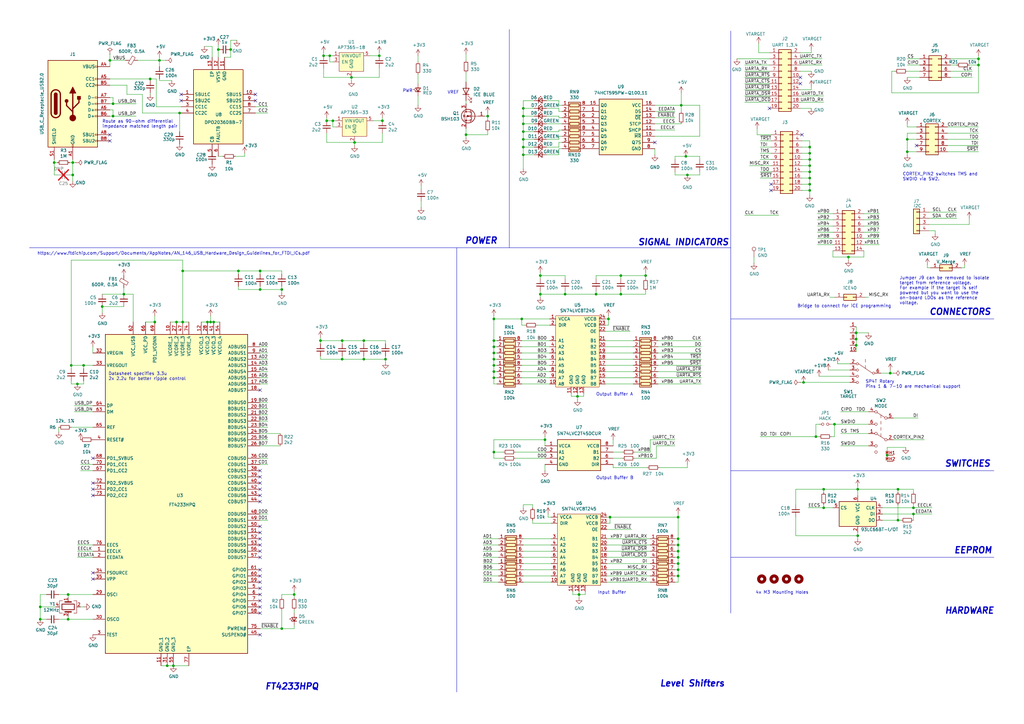
<source format=kicad_sch>
(kicad_sch (version 20230121) (generator eeschema)
  (paper "A3")
  (title_block (title "Serberus") (date "2024-05-17") (rev "v1.2") (company "Copywright 2024 Google") (comment 1 "Created by Patrick Kiley") (comment 2 "Apache-2.0 Open Source License"))
  (junction (at 332.105 73.025))
  (junction (at 27.94 243.84))
  (junction (at 120.65 243.84))
  (junction (at 202.565 142.24))
  (junction (at 372.11 57.15))
  (junction (at 337.82 200.66))
  (junction (at 61.595 32.385))
  (junction (at 202.565 144.78))
  (junction (at 214.63 47.625))
  (junction (at 332.105 75.565))
  (junction (at 202.565 154.94))
  (junction (at 106.68 111.125))
  (junction (at 332.105 70.485))
  (junction (at 145.415 58.42))
  (junction (at 278.13 212.09))
  (junction (at 45.085 24.765))
  (junction (at 86.36 132.08))
  (junction (at 202.565 147.32))
  (junction (at 63.5 132.08))
  (junction (at 22.225 66.675))
  (junction (at 221.615 120.65))
  (junction (at 237.49 243.84))
  (junction (at 365.125 153.035))
  (junction (at 94.615 20.32))
  (junction (at 31.75 157.48))
  (junction (at 337.82 208.28))
  (junction (at 50.8 120.65))
  (junction (at 372.11 62.23))
  (junction (at 214.63 53.975))
  (junction (at 254.635 120.65))
  (junction (at 347.98 105.41))
  (junction (at 368.3 200.66))
  (junction (at 46.355 47.625))
  (junction (at 278.13 226.06))
  (junction (at 140.335 147.32))
  (junction (at 65.405 24.765))
  (junction (at 334.645 179.07))
  (junction (at 73.66 46.355))
  (junction (at 97.79 111.125))
  (junction (at 41.91 125.73))
  (junction (at 87.63 132.08))
  (junction (at 214.63 57.15))
  (junction (at 278.13 233.68))
  (junction (at 29.845 71.755))
  (junction (at 191.135 55.245))
  (junction (at 363.855 186.69))
  (junction (at 351.155 136.525))
  (junction (at 249.555 130.81))
  (junction (at 332.105 67.945))
  (junction (at 155.575 22.86))
  (junction (at 158.115 147.32))
  (junction (at 351.155 141.605))
  (junction (at 74.93 111.125))
  (junction (at 221.615 113.03))
  (junction (at 351.155 139.065))
  (junction (at 351.79 219.71))
  (junction (at 71.12 273.05))
  (junction (at 214.63 60.325))
  (junction (at 133.985 49.53))
  (junction (at 231.775 120.65))
  (junction (at 202.565 130.81))
  (junction (at 374.65 208.28))
  (junction (at 351.79 200.66))
  (junction (at 149.225 147.32))
  (junction (at 278.13 231.14))
  (junction (at 131.445 139.7))
  (junction (at 278.13 228.6))
  (junction (at 278.13 223.52))
  (junction (at 214.63 50.8))
  (junction (at 74.93 132.08))
  (junction (at 244.475 120.65))
  (junction (at 342.265 173.99))
  (junction (at 332.105 60.325))
  (junction (at 264.795 113.03))
  (junction (at 34.29 149.86))
  (junction (at 368.3 213.36))
  (junction (at 149.225 139.7))
  (junction (at 332.105 65.405))
  (junction (at 46.355 42.545))
  (junction (at 332.105 62.865))
  (junction (at 144.145 31.75))
  (junction (at 202.565 149.86))
  (junction (at 16.51 254))
  (junction (at 202.565 139.7))
  (junction (at 281.305 64.135))
  (junction (at 254.635 113.03))
  (junction (at 72.39 132.08))
  (junction (at 332.105 78.105))
  (junction (at 278.13 220.98))
  (junction (at 115.57 118.745))
  (junction (at 135.255 22.86))
  (junction (at 202.565 185.42))
  (junction (at 85.09 132.08))
  (junction (at 329.565 156.845))
  (junction (at 27.94 254))
  (junction (at 214.63 44.45))
  (junction (at 279.4 43.18))
  (junction (at 115.57 257.81))
  (junction (at 29.21 149.86))
  (junction (at 156.845 49.53))
  (junction (at 16.51 248.92))
  (junction (at 200.025 47.625))
  (junction (at 202.565 152.4))
  (junction (at 374.65 210.82))
  (junction (at 106.68 118.745))
  (junction (at 136.525 49.53))
  (junction (at 401.32 24.13))
  (junction (at 140.335 139.7))
  (junction (at 223.52 180.34))
  (junction (at 132.715 22.86))
  (junction (at 29.845 66.675))
  (junction (at 236.855 162.56))
  (junction (at 213.995 130.81))
  (junction (at 89.535 20.32))
  (junction (at 278.13 236.22))
  (junction (at 401.32 26.67))
  (junction (at 214.63 63.5))
  (junction (at 250.19 212.09))
  (junction (at 68.58 273.05))
  (junction (at 281.94 71.755))
  (no_connect (at 328.295 31.75))
  (no_connect (at 106.68 218.44))
  (no_connect (at 106.68 243.84))
  (no_connect (at 45.085 57.785))
  (no_connect (at 315.595 44.45))
  (no_connect (at 38.1 203.2))
  (no_connect (at 104.775 41.275))
  (no_connect (at 106.68 205.74))
  (no_connect (at 38.1 237.49))
  (no_connect (at 38.1 200.66))
  (no_connect (at 45.085 55.245))
  (no_connect (at 106.68 228.6))
  (no_connect (at 268.605 58.42))
  (no_connect (at 104.775 38.735))
  (no_connect (at 106.68 260.35))
  (no_connect (at 106.68 223.52))
  (no_connect (at 106.68 220.98))
  (no_connect (at 375.92 59.69))
  (no_connect (at 38.1 198.12))
  (no_connect (at 106.68 251.46))
  (no_connect (at 316.23 78.105))
  (no_connect (at 328.295 34.29))
  (no_connect (at 106.68 241.3))
  (no_connect (at 106.68 238.76))
  (no_connect (at 106.68 215.9))
  (no_connect (at 106.68 226.06))
  (no_connect (at 74.295 41.275))
  (no_connect (at 106.68 160.02))
  (no_connect (at 106.68 198.12))
  (no_connect (at 38.1 187.96))
  (no_connect (at 38.1 234.95))
  (no_connect (at 74.295 38.735))
  (no_connect (at 106.68 233.68))
  (no_connect (at 106.68 200.66))
  (no_connect (at 316.23 75.565))
  (no_connect (at 328.93 55.245))
  (no_connect (at 106.68 236.22))
  (no_connect (at 106.68 203.2))
  (no_connect (at 106.68 248.92))
  (no_connect (at 106.68 195.58))
  (no_connect (at 106.68 193.04))
  (no_connect (at 106.68 246.38))
  (wire (pts (xy 395.605 109.855) (xy 395.605 108.585)))
  (wire (pts (xy 225.425 152.4) (xy 213.995 152.4)))
  (wire (pts (xy 361.95 213.36) (xy 368.3 213.36)))
  (wire (pts (xy 236.855 163.83) (xy 236.855 162.56)))
  (wire (pts (xy 214.63 226.06) (xy 226.06 226.06)))
  (wire (pts (xy 202.565 152.4) (xy 202.565 149.86)))
  (wire (pts (xy 347.98 105.41) (xy 347.98 106.68)))
  (wire (pts (xy 214.63 47.625) (xy 214.63 50.8)))
  (wire (pts (xy 202.565 154.94) (xy 202.565 152.4)))
  (wire (pts (xy 244.475 113.03) (xy 254.635 113.03)))
  (wire (pts (xy 106.68 190.5) (xy 109.855 190.5)))
  (wire (pts (xy 202.565 144.78) (xy 202.565 142.24)))
  (wire (pts (xy 326.39 219.71) (xy 351.79 219.71)))
  (wire (pts (xy 202.565 129.54) (xy 202.565 130.81)))
  (wire (pts (xy 328.93 78.105) (xy 332.105 78.105)))
  (wire (pts (xy 52.07 34.925) (xy 52.07 38.735)))
  (wire (pts (xy 278.13 228.6) (xy 278.13 231.14)))
  (wire (pts (xy 259.715 149.86) (xy 248.285 149.86)))
  (wire (pts (xy 229.235 41.275) (xy 229.235 43.18)))
  (wire (pts (xy 115.57 245.11) (xy 115.57 243.84)))
  (wire (pts (xy 74.93 111.125) (xy 97.79 111.125)))
  (wire (pts (xy 115.57 111.125) (xy 115.57 112.395)))
  (wire (pts (xy 38.1 142.24) (xy 38.1 144.78)))
  (wire (pts (xy 226.06 223.52) (xy 214.63 223.52)))
  (wire (pts (xy 278.13 226.06) (xy 278.13 228.6)))
  (wire (pts (xy 259.715 139.7) (xy 248.285 139.7)))
  (wire (pts (xy 366.395 180.34) (xy 379.095 180.34)))
  (wire (pts (xy 335.28 100.33) (xy 341.63 100.33)))
  (wire (pts (xy 213.995 130.81) (xy 213.995 133.35)))
  (wire (pts (xy 332.105 70.485) (xy 332.105 73.025)))
  (wire (pts (xy 34.29 149.86) (xy 38.1 149.86)))
  (wire (pts (xy 65.405 23.495) (xy 65.405 24.765)))
  (wire (pts (xy 33.02 190.5) (xy 38.1 190.5)))
  (wire (pts (xy 279.4 38.1) (xy 279.4 43.18)))
  (wire (pts (xy 363.855 183.515) (xy 371.475 183.515)))
  (wire (pts (xy 342.265 173.99) (xy 356.235 173.99)))
  (wire (pts (xy 229.235 48.26) (xy 230.505 48.26)))
  (wire (pts (xy 224.155 60.325) (xy 229.235 60.325)))
  (wire (pts (xy 278.13 236.22) (xy 278.13 238.76)))
  (wire (pts (xy 363.855 186.69) (xy 363.855 189.23)))
  (wire (pts (xy 248.92 238.76) (xy 266.7 238.76)))
  (wire (pts (xy 198.12 236.22) (xy 204.47 236.22)))
  (wire (pts (xy 200.025 46.355) (xy 200.025 47.625)))
  (wire (pts (xy 328.295 36.83) (xy 332.74 36.83)))
  (wire (pts (xy 332.105 62.865) (xy 332.105 65.405)))
  (wire (pts (xy 158.115 147.32) (xy 158.115 146.05)))
  (wire (pts (xy 224.155 50.8) (xy 230.505 50.8)))
  (wire (pts (xy 229.235 48.26) (xy 229.235 47.625)))
  (wire (pts (xy 360.68 92.71) (xy 354.33 92.71)))
  (wire (pts (xy 135.255 22.86) (xy 136.525 22.86)))
  (wire (pts (xy 351.155 139.065) (xy 351.155 141.605)))
  (wire (pts (xy 132.715 31.75) (xy 144.145 31.75)))
  (wire (pts (xy 214.63 233.68) (xy 226.06 233.68)))
  (wire (pts (xy 22.86 248.92) (xy 16.51 248.92)))
  (wire (pts (xy 45.085 22.225) (xy 45.085 24.765)))
  (wire (pts (xy 198.12 238.76) (xy 204.47 238.76)))
  (polyline (pts (xy 407.67 130.81) (xy 299.72 130.81)))
  (wire (pts (xy 365.76 29.21) (xy 365.76 38.1)))
  (wire (pts (xy 172.72 76.2) (xy 172.72 77.47)))
  (wire (pts (xy 278.13 210.82) (xy 278.13 212.09)))
  (wire (pts (xy 351.155 136.525) (xy 351.155 139.065)))
  (wire (pts (xy 248.285 130.81) (xy 249.555 130.81)))
  (wire (pts (xy 278.13 220.98) (xy 278.13 223.52)))
  (wire (pts (xy 59.69 132.08) (xy 63.5 132.08)))
  (wire (pts (xy 202.565 187.96) (xy 202.565 185.42)))
  (wire (pts (xy 27.94 243.84) (xy 38.1 243.84)))
  (wire (pts (xy 231.775 120.65) (xy 244.475 120.65)))
  (wire (pts (xy 332.74 20.32) (xy 332.74 21.59)))
  (wire (pts (xy 191.135 41.275) (xy 191.135 42.545)))
  (wire (pts (xy 158.115 148.59) (xy 158.115 147.32)))
  (wire (pts (xy 106.68 180.34) (xy 109.855 180.34)))
  (wire (pts (xy 221.615 111.76) (xy 221.615 113.03)))
  (wire (pts (xy 144.145 33.02) (xy 144.145 31.75)))
  (wire (pts (xy 315.595 21.59) (xy 311.15 21.59)))
  (wire (pts (xy 264.795 114.3) (xy 264.795 113.03)))
  (wire (pts (xy 372.11 57.15) (xy 372.11 54.61)))
  (wire (pts (xy 251.46 180.34) (xy 251.46 182.88)))
  (wire (pts (xy 50.8 118.11) (xy 50.8 120.65)))
  (wire (pts (xy 202.565 149.86) (xy 202.565 147.32)))
  (wire (pts (xy 354.965 121.92) (xy 356.235 121.92)))
  (wire (pts (xy 149.225 139.7) (xy 158.115 139.7)))
  (wire (pts (xy 372.11 52.07) (xy 375.92 52.07)))
  (wire (pts (xy 229.235 60.96) (xy 229.235 63.5)))
  (wire (pts (xy 328.93 57.785) (xy 332.105 57.785)))
  (wire (pts (xy 54.61 132.08) (xy 54.61 120.65)))
  (wire (pts (xy 156.845 54.61) (xy 156.845 58.42)))
  (wire (pts (xy 106.68 175.26) (xy 109.855 175.26)))
  (wire (pts (xy 94.615 16.51) (xy 94.615 20.32)))
  (wire (pts (xy 335.915 173.99) (xy 334.645 173.99)))
  (wire (pts (xy 69.85 132.08) (xy 72.39 132.08)))
  (wire (pts (xy 248.92 228.6) (xy 266.7 228.6)))
  (wire (pts (xy 115.57 118.745) (xy 115.57 120.015)))
  (wire (pts (xy 72.39 132.08) (xy 74.93 132.08)))
  (wire (pts (xy 248.92 236.22) (xy 266.7 236.22)))
  (polyline (pts (xy 299.72 228.6) (xy 299.72 251.46)))
  (wire (pts (xy 64.135 43.815) (xy 64.135 32.385)))
  (wire (pts (xy 202.565 149.86) (xy 203.835 149.86)))
  (wire (pts (xy 106.68 154.94) (xy 109.855 154.94)))
  (wire (pts (xy 335.915 154.305) (xy 348.615 154.305)))
  (wire (pts (xy 341.63 92.71) (xy 335.28 92.71)))
  (wire (pts (xy 315.595 36.83) (xy 305.435 36.83)))
  (wire (pts (xy 97.79 111.125) (xy 97.79 112.395)))
  (wire (pts (xy 234.95 242.57) (xy 234.95 243.84)))
  (wire (pts (xy 29.21 106.68) (xy 74.93 106.68)))
  (wire (pts (xy 226.06 236.22) (xy 214.63 236.22)))
  (wire (pts (xy 268.605 48.26) (xy 276.86 48.26)))
  (wire (pts (xy 149.225 147.32) (xy 140.335 147.32)))
  (wire (pts (xy 268.605 55.88) (xy 287.02 55.88)))
  (wire (pts (xy 269.875 152.4) (xy 287.655 152.4)))
  (wire (pts (xy 335.28 97.79) (xy 341.63 97.79)))
  (wire (pts (xy 214.63 57.15) (xy 219.075 57.15)))
  (wire (pts (xy 106.68 111.125) (xy 106.68 112.395)))
  (wire (pts (xy 328.93 60.325) (xy 332.105 60.325)))
  (wire (pts (xy 106.68 182.88) (xy 114.935 182.88)))
  (wire (pts (xy 200.025 47.625) (xy 200.025 48.895)))
  (wire (pts (xy 45.085 45.085) (xy 46.355 45.085)))
  (wire (pts (xy 85.09 132.08) (xy 86.36 132.08)))
  (wire (pts (xy 140.335 139.7) (xy 149.225 139.7)))
  (wire (pts (xy 254.635 120.65) (xy 264.795 120.65)))
  (wire (pts (xy 74.93 111.125) (xy 74.93 132.08)))
  (wire (pts (xy 226.06 214.63) (xy 218.44 214.63)))
  (wire (pts (xy 351.79 220.98) (xy 351.79 219.71)))
  (wire (pts (xy 361.95 210.82) (xy 374.65 210.82)))
  (wire (pts (xy 248.92 226.06) (xy 266.7 226.06)))
  (wire (pts (xy 213.995 144.78) (xy 225.425 144.78)))
  (wire (pts (xy 22.225 66.675) (xy 22.225 71.755)))
  (wire (pts (xy 149.225 139.7) (xy 149.225 140.97)))
  (wire (pts (xy 366.395 171.45) (xy 376.555 171.45)))
  (wire (pts (xy 351.155 136.525) (xy 356.235 136.525)))
  (wire (pts (xy 202.565 157.48) (xy 202.565 154.94)))
  (wire (pts (xy 229.235 44.45) (xy 224.155 44.45)))
  (wire (pts (xy 22.225 71.755) (xy 23.495 71.755)))
  (wire (pts (xy 202.565 139.7) (xy 202.565 130.81)))
  (wire (pts (xy 218.44 207.01) (xy 214.63 207.01)))
  (wire (pts (xy 131.445 139.7) (xy 140.335 139.7)))
  (wire (pts (xy 337.185 24.13) (xy 328.295 24.13)))
  (wire (pts (xy 198.755 47.625) (xy 200.025 47.625)))
  (wire (pts (xy 100.33 64.135) (xy 96.52 64.135)))
  (wire (pts (xy 214.63 53.975) (xy 219.075 53.975)))
  (wire (pts (xy 16.51 243.84) (xy 16.51 248.92)))
  (wire (pts (xy 145.415 59.69) (xy 145.415 58.42)))
  (wire (pts (xy 61.595 33.02) (xy 61.595 32.385)))
  (wire (pts (xy 311.15 17.78) (xy 311.15 21.59)))
  (wire (pts (xy 24.13 243.84) (xy 27.94 243.84)))
  (wire (pts (xy 354.33 102.87) (xy 354.33 105.41)))
  (wire (pts (xy 58.42 46.355) (xy 73.66 46.355)))
  (wire (pts (xy 97.79 117.475) (xy 97.79 118.745)))
  (wire (pts (xy 248.285 152.4) (xy 259.715 152.4)))
  (wire (pts (xy 236.855 161.29) (xy 236.855 162.56)))
  (wire (pts (xy 248.92 214.63) (xy 250.19 214.63)))
  (polyline (pts (xy 299.72 193.04) (xy 407.67 193.04)))
  (wire (pts (xy 260.35 187.96) (xy 269.24 187.96)))
  (wire (pts (xy 133.985 58.42) (xy 145.415 58.42)))
  (wire (pts (xy 392.43 26.67) (xy 389.89 26.67)))
  (wire (pts (xy 106.68 165.1) (xy 109.855 165.1)))
  (wire (pts (xy 250.19 214.63) (xy 250.19 212.09)))
  (wire (pts (xy 229.235 47.625) (xy 224.155 47.625)))
  (polyline (pts (xy 187.325 101.6) (xy 187.325 283.845)))
  (wire (pts (xy 332.74 29.21) (xy 328.295 29.21)))
  (wire (pts (xy 269.875 139.7) (xy 287.655 139.7)))
  (wire (pts (xy 191.135 22.225) (xy 191.135 24.765)))
  (wire (pts (xy 215.265 133.35) (xy 213.995 133.35)))
  (wire (pts (xy 31.75 157.48) (xy 29.21 157.48)))
  (wire (pts (xy 133.985 54.61) (xy 133.985 58.42)))
  (wire (pts (xy 221.615 113.03) (xy 221.615 114.3)))
  (wire (pts (xy 394.335 109.855) (xy 395.605 109.855)))
  (wire (pts (xy 120.65 256.54) (xy 120.65 257.81)))
  (wire (pts (xy 351.155 141.605) (xy 351.155 144.145)))
  (wire (pts (xy 94.615 16.51) (xy 97.155 16.51)))
  (wire (pts (xy 46.355 42.545) (xy 55.88 42.545)))
  (wire (pts (xy 260.35 185.42) (xy 266.7 185.42)))
  (wire (pts (xy 225.425 149.86) (xy 213.995 149.86)))
  (wire (pts (xy 137.795 52.07) (xy 136.525 52.07)))
  (wire (pts (xy 248.285 142.24) (xy 259.715 142.24)))
  (wire (pts (xy 269.875 149.86) (xy 287.655 149.86)))
  (wire (pts (xy 56.515 24.765) (xy 65.405 24.765)))
  (wire (pts (xy 214.63 44.45) (xy 214.63 47.625)))
  (wire (pts (xy 344.805 182.88) (xy 356.235 182.88)))
  (wire (pts (xy 354.33 97.79) (xy 360.68 97.79)))
  (wire (pts (xy 135.255 25.4) (xy 135.255 22.86)))
  (wire (pts (xy 106.68 147.32) (xy 109.855 147.32)))
  (wire (pts (xy 328.295 21.59) (xy 332.74 21.59)))
  (wire (pts (xy 214.63 53.975) (xy 214.63 57.15)))
  (wire (pts (xy 191.135 52.705) (xy 191.135 55.245)))
  (wire (pts (xy 354.33 105.41) (xy 347.98 105.41)))
  (wire (pts (xy 106.68 187.96) (xy 109.855 187.96)))
  (wire (pts (xy 115.57 250.19) (xy 115.57 257.81)))
  (wire (pts (xy 171.45 39.37) (xy 171.45 43.18)))
  (wire (pts (xy 214.63 41.275) (xy 214.63 44.45)))
  (wire (pts (xy 109.855 43.815) (xy 104.775 43.815)))
  (wire (pts (xy 198.12 226.06) (xy 204.47 226.06)))
  (wire (pts (xy 22.225 65.405) (xy 22.225 66.675)))
  (wire (pts (xy 281.94 191.77) (xy 281.94 190.5)))
  (wire (pts (xy 276.86 64.135) (xy 281.305 64.135)))
  (wire (pts (xy 211.455 187.96) (xy 223.52 187.96)))
  (wire (pts (xy 155.575 31.75) (xy 144.145 31.75)))
  (wire (pts (xy 279.4 45.72) (xy 279.4 43.18)))
  (wire (pts (xy 332.105 60.325) (xy 332.105 62.865)))
  (wire (pts (xy 74.93 132.08) (xy 77.47 132.08)))
  (wire (pts (xy 27.94 252.73) (xy 27.94 254)))
  (wire (pts (xy 198.12 228.6) (xy 204.47 228.6)))
  (wire (pts (xy 202.565 147.32) (xy 202.565 144.78)))
  (wire (pts (xy 28.575 71.755) (xy 29.845 71.755)))
  (wire (pts (xy 339.725 151.765) (xy 348.615 151.765)))
  (wire (pts (xy 374.65 200.66) (xy 374.65 201.93)))
  (wire (pts (xy 214.63 231.14) (xy 226.06 231.14)))
  (wire (pts (xy 368.3 200.66) (xy 368.3 201.93)))
  (wire (pts (xy 63.5 129.54) (xy 63.5 132.08)))
  (wire (pts (xy 251.46 190.5) (xy 251.46 191.77)))
  (wire (pts (xy 24.13 175.26) (xy 24.13 177.165)))
  (wire (pts (xy 191.135 55.245) (xy 191.135 56.515)))
  (wire (pts (xy 374.65 208.28) (xy 382.27 208.28)))
  (wire (pts (xy 328.93 70.485) (xy 332.105 70.485)))
  (wire (pts (xy 305.435 41.91) (xy 315.595 41.91)))
  (wire (pts (xy 332.105 65.405) (xy 332.105 67.945)))
  (wire (pts (xy 97.79 111.125) (xy 106.68 111.125)))
  (wire (pts (xy 30.48 166.37) (xy 38.1 166.37)))
  (wire (pts (xy 86.36 132.08) (xy 87.63 132.08)))
  (wire (pts (xy 65.405 33.02) (xy 70.485 33.02)))
  (wire (pts (xy 278.13 236.22) (xy 276.86 236.22)))
  (wire (pts (xy 198.12 231.14) (xy 204.47 231.14)))
  (wire (pts (xy 94.615 20.32) (xy 94.615 23.495)))
  (wire (pts (xy 388.62 54.61) (xy 401.32 54.61)))
  (wire (pts (xy 372.11 24.13) (xy 377.19 24.13)))
  (wire (pts (xy 214.63 207.01) (xy 214.63 208.28)))
  (wire (pts (xy 140.335 147.32) (xy 131.445 147.32)))
  (wire (pts (xy 202.565 152.4) (xy 203.835 152.4)))
  (wire (pts (xy 309.245 105.41) (xy 309.245 107.95)))
  (wire (pts (xy 305.435 34.29) (xy 315.595 34.29)))
  (wire (pts (xy 229.235 55.88) (xy 229.235 57.15)))
  (wire (pts (xy 332.105 57.785) (xy 332.105 60.325)))
  (wire (pts (xy 401.32 38.1) (xy 401.32 26.67)))
  (wire (pts (xy 106.68 257.81) (xy 115.57 257.81)))
  (wire (pts (xy 254.635 120.65) (xy 254.635 119.38)))
  (wire (pts (xy 64.135 32.385) (xy 61.595 32.385)))
  (polyline (pts (xy 299.72 193.04) (xy 299.72 228.6)))
  (wire (pts (xy 230.505 55.88) (xy 229.235 55.88)))
  (wire (pts (xy 171.45 30.48) (xy 171.45 34.29)))
  (wire (pts (xy 68.58 273.05) (xy 71.12 273.05)))
  (wire (pts (xy 86.995 62.23) (xy 86.995 64.135)))
  (wire (pts (xy 269.875 144.78) (xy 287.655 144.78)))
  (wire (pts (xy 29.845 65.405) (xy 29.845 66.675)))
  (wire (pts (xy 198.12 223.52) (xy 204.47 223.52)))
  (wire (pts (xy 305.435 88.265) (xy 319.405 88.265)))
  (wire (pts (xy 278.13 223.52) (xy 278.13 226.06)))
  (wire (pts (xy 91.44 64.135) (xy 89.535 64.135)))
  (wire (pts (xy 213.995 130.81) (xy 225.425 130.81)))
  (wire (pts (xy 268.605 45.72) (xy 276.86 45.72)))
  (wire (pts (xy 87.63 132.08) (xy 90.17 132.08)))
  (wire (pts (xy 287.02 55.88) (xy 287.02 43.18)))
  (wire (pts (xy 269.24 187.96) (xy 269.24 182.88)))
  (wire (pts (xy 30.48 168.91) (xy 38.1 168.91)))
  (wire (pts (xy 16.51 254) (xy 19.05 254)))
  (wire (pts (xy 214.63 60.325) (xy 219.075 60.325)))
  (wire (pts (xy 259.715 154.94) (xy 248.285 154.94)))
  (wire (pts (xy 86.36 132.08) (xy 86.36 129.54)))
  (wire (pts (xy 225.425 154.94) (xy 213.995 154.94)))
  (wire (pts (xy 27.94 245.11) (xy 27.94 243.84)))
  (wire (pts (xy 266.7 180.34) (xy 276.86 180.34)))
  (wire (pts (xy 229.235 53.34) (xy 229.235 53.975)))
  (wire (pts (xy 244.475 114.3) (xy 244.475 113.03)))
  (wire (pts (xy 229.235 58.42) (xy 229.235 60.325)))
  (polyline (pts (xy 299.72 12.7) (xy 299.72 193.04)))
  (wire (pts (xy 29.845 71.755) (xy 29.845 74.295)))
  (wire (pts (xy 86.995 23.495) (xy 86.995 19.05)))
  (wire (pts (xy 74.93 106.68) (xy 74.93 111.125)))
  (wire (pts (xy 213.995 142.24) (xy 225.425 142.24)))
  (wire (pts (xy 19.05 243.84) (xy 16.51 243.84)))
  (wire (pts (xy 198.12 220.98) (xy 204.47 220.98)))
  (wire (pts (xy 29.21 156.21) (xy 29.21 157.48)))
  (wire (pts (xy 240.03 243.84) (xy 237.49 243.84)))
  (wire (pts (xy 224.79 212.09) (xy 226.06 212.09)))
  (wire (pts (xy 132.715 21.59) (xy 132.715 22.86)))
  (wire (pts (xy 106.68 142.24) (xy 109.855 142.24)))
  (wire (pts (xy 369.57 213.36) (xy 368.3 213.36)))
  (wire (pts (xy 136.525 49.53) (xy 133.985 49.53)))
  (wire (pts (xy 106.68 157.48) (xy 109.855 157.48)))
  (wire (pts (xy 229.235 45.72) (xy 229.235 44.45)))
  (wire (pts (xy 52.07 34.925) (xy 45.085 34.925)))
  (wire (pts (xy 240.03 242.57) (xy 240.03 243.84)))
  (wire (pts (xy 366.395 153.035) (xy 365.125 153.035)))
  (wire (pts (xy 89.535 18.415) (xy 89.535 20.32)))
  (wire (pts (xy 311.785 179.07) (xy 334.645 179.07)))
  (wire (pts (xy 311.785 73.025) (xy 316.23 73.025)))
  (wire (pts (xy 41.91 120.65) (xy 50.8 120.65)))
  (wire (pts (xy 269.875 157.48) (xy 287.655 157.48)))
  (wire (pts (xy 316.23 55.245) (xy 310.515 55.245)))
  (wire (pts (xy 329.565 156.845) (xy 348.615 156.845)))
  (wire (pts (xy 65.405 32.385) (xy 65.405 33.02)))
  (wire (pts (xy 316.23 60.325) (xy 311.785 60.325)))
  (wire (pts (xy 287.02 43.18) (xy 279.4 43.18)))
  (wire (pts (xy 340.36 121.92) (xy 342.265 121.92)))
  (wire (pts (xy 58.42 46.355) (xy 58.42 38.735)))
  (wire (pts (xy 155.575 21.59) (xy 155.575 22.86)))
  (wire (pts (xy 31.75 228.6) (xy 38.1 228.6)))
  (wire (pts (xy 374.65 208.28) (xy 374.65 207.01)))
  (wire (pts (xy 34.29 151.13) (xy 34.29 149.86)))
  (polyline (pts (xy 299.72 228.6) (xy 407.67 228.6)))
  (wire (pts (xy 133.985 48.26) (xy 133.985 49.53)))
  (wire (pts (xy 332.105 80.01) (xy 332.105 78.105)))
  (wire (pts (xy 328.295 44.45) (xy 332.74 44.45)))
  (wire (pts (xy 360.68 87.63) (xy 354.33 87.63)))
  (wire (pts (xy 97.79 118.745) (xy 106.68 118.745)))
  (wire (pts (xy 191.135 55.245) (xy 200.025 55.245)))
  (wire (pts (xy 214.63 47.625) (xy 219.075 47.625)))
  (wire (pts (xy 354.33 90.17) (xy 360.68 90.17)))
  (wire (pts (xy 315.595 31.75) (xy 305.435 31.75)))
  (wire (pts (xy 34.29 248.92) (xy 33.02 248.92)))
  (wire (pts (xy 23.495 66.675) (xy 22.225 66.675)))
  (wire (pts (xy 61.595 38.1) (xy 61.595 38.735)))
  (wire (pts (xy 248.92 231.14) (xy 266.7 231.14)))
  (wire (pts (xy 311.785 57.785) (xy 316.23 57.785)))
  (wire (pts (xy 326.39 207.01) (xy 326.39 200.66)))
  (wire (pts (xy 351.79 200.66) (xy 337.82 200.66)))
  (wire (pts (xy 389.89 31.75) (xy 398.78 31.75)))
  (wire (pts (xy 131.445 138.43) (xy 131.445 139.7)))
  (wire (pts (xy 388.62 59.69) (xy 401.32 59.69)))
  (wire (pts (xy 248.92 233.68) (xy 266.7 233.68)))
  (wire (pts (xy 401.32 22.86) (xy 401.32 24.13)))
  (wire (pts (xy 203.835 139.7) (xy 202.565 139.7)))
  (wire (pts (xy 224.79 210.82) (xy 224.79 212.09)))
  (wire (pts (xy 106.68 172.72) (xy 109.855 172.72)))
  (wire (pts (xy 106.68 177.8) (xy 114.935 177.8)))
  (wire (pts (xy 86.995 19.05) (xy 83.82 19.05)))
  (wire (pts (xy 361.315 153.035) (xy 365.125 153.035)))
  (wire (pts (xy 24.13 254) (xy 27.94 254)))
  (wire (pts (xy 248.92 212.09) (xy 250.19 212.09)))
  (wire (pts (xy 254.635 113.03) (xy 264.795 113.03)))
  (wire (pts (xy 276.86 65.405) (xy 276.86 64.135)))
  (wire (pts (xy 89.535 20.32) (xy 89.535 23.495)))
  (wire (pts (xy 221.615 119.38) (xy 221.615 120.65)))
  (wire (pts (xy 268.605 60.96) (xy 268.605 63.5)))
  (wire (pts (xy 368.3 213.36) (xy 368.3 207.01)))
  (wire (pts (xy 28.575 66.675) (xy 29.845 66.675)))
  (wire (pts (xy 221.615 113.03) (xy 231.775 113.03)))
  (wire (pts (xy 106.68 111.125) (xy 115.57 111.125)))
  (wire (pts (xy 31.75 157.48) (xy 34.29 157.48)))
  (wire (pts (xy 214.63 44.45) (xy 219.075 44.45)))
  (wire (pts (xy 368.3 200.66) (xy 374.65 200.66)))
  (wire (pts (xy 281.94 71.755) (xy 287.02 71.755)))
  (wire (pts (xy 171.45 22.86) (xy 171.45 25.4)))
  (wire (pts (xy 224.155 63.5) (xy 229.235 63.5)))
  (wire (pts (xy 214.63 57.15) (xy 214.63 60.325)))
  (wire (pts (xy 328.93 62.865) (xy 332.105 62.865)))
  (wire (pts (xy 106.68 213.36) (xy 109.855 213.36)))
  (wire (pts (xy 94.615 23.495) (xy 92.075 23.495)))
  (wire (pts (xy 372.11 62.23) (xy 375.92 62.23)))
  (wire (pts (xy 214.63 50.8) (xy 219.075 50.8)))
  (wire (pts (xy 51.435 24.765) (xy 45.085 24.765)))
  (wire (pts (xy 388.62 52.07) (xy 401.32 52.07)))
  (wire (pts (xy 397.51 26.67) (xy 401.32 26.67)))
  (wire (pts (xy 248.285 147.32) (xy 259.715 147.32)))
  (wire (pts (xy 344.805 168.91) (xy 356.235 168.91)))
  (wire (pts (xy 214.63 50.8) (xy 214.63 53.975)))
  (wire (pts (xy 250.19 212.09) (xy 278.13 212.09)))
  (wire (pts (xy 202.565 144.78) (xy 203.835 144.78)))
  (wire (pts (xy 337.82 200.66) (xy 337.82 201.93)))
  (wire (pts (xy 100.33 62.865) (xy 100.33 64.135)))
  (wire (pts (xy 337.82 208.28) (xy 341.63 208.28)))
  (wire (pts (xy 372.11 50.8) (xy 372.11 52.07)))
  (wire (pts (xy 31.75 223.52) (xy 38.1 223.52)))
  (wire (pts (xy 29.21 106.68) (xy 29.21 149.86)))
  (wire (pts (xy 332.105 75.565) (xy 332.105 78.105)))
  (wire (pts (xy 29.21 175.26) (xy 38.1 175.26)))
  (wire (pts (xy 229.235 57.15) (xy 224.155 57.15)))
  (wire (pts (xy 211.455 185.42) (xy 223.52 185.42)))
  (wire (pts (xy 214.63 63.5) (xy 214.63 69.215)))
  (wire (pts (xy 31.75 226.06) (xy 38.1 226.06)))
  (wire (pts (xy 343.535 149.225) (xy 348.615 149.225)))
  (wire (pts (xy 156.845 58.42) (xy 145.415 58.42)))
  (wire (pts (xy 278.13 233.68) (xy 276.86 233.68)))
  (wire (pts (xy 106.68 117.475) (xy 106.68 118.745)))
  (wire (pts (xy 326.39 200.66) (xy 337.82 200.66)))
  (wire (pts (xy 264.795 120.65) (xy 264.795 119.38)))
  (wire (pts (xy 38.1 193.04) (xy 33.02 193.04)))
  (wire (pts (xy 351.79 219.71) (xy 351.79 218.44)))
  (wire (pts (xy 311.785 65.405) (xy 316.23 65.405)))
  (wire (pts (xy 254.635 114.3) (xy 254.635 113.03)))
  (wire (pts (xy 337.82 207.01) (xy 337.82 208.28)))
  (wire (pts (xy 115.57 243.84) (xy 120.65 243.84)))
  (wire (pts (xy 221.615 121.92) (xy 221.615 120.65)))
  (wire (pts (xy 231.775 120.65) (xy 231.775 119.38)))
  (wire (pts (xy 234.95 243.84) (xy 237.49 243.84)))
  (wire (pts (xy 213.995 139.7) (xy 225.425 139.7)))
  (wire (pts (xy 351.155 133.985) (xy 351.155 136.525)))
  (wire (pts (xy 372.11 54.61) (xy 375.92 54.61)))
  (wire (pts (xy 332.105 67.945) (xy 332.105 70.485)))
  (wire (pts (xy 388.62 57.15) (xy 401.32 57.15)))
  (wire (pts (xy 218.44 208.28) (xy 218.44 207.01)))
  (wire (pts (xy 73.66 46.355) (xy 74.295 46.355)))
  (wire (pts (xy 249.555 133.35) (xy 249.555 130.81)))
  (wire (pts (xy 374.65 213.36) (xy 374.65 210.82)))
  (wire (pts (xy 326.39 212.09) (xy 326.39 219.71)))
  (wire (pts (xy 191.135 29.845) (xy 191.135 33.655)))
  (wire (pts (xy 231.775 113.03) (xy 231.775 114.3)))
  (wire (pts (xy 115.57 118.745) (xy 115.57 117.475)))
  (wire (pts (xy 248.285 157.48) (xy 259.715 157.48)))
  (wire (pts (xy 334.645 179.07) (xy 335.915 179.07)))
  (wire (pts (xy 276.86 220.98) (xy 278.13 220.98)))
  (wire (pts (xy 155.575 27.94) (xy 155.575 31.75)))
  (wire (pts (xy 360.68 95.25) (xy 354.33 95.25)))
  (wire (pts (xy 374.65 210.82) (xy 382.27 210.82)))
  (wire (pts (xy 328.93 67.945) (xy 332.105 67.945)))
  (wire (pts (xy 264.795 111.76) (xy 264.795 113.03)))
  (wire (pts (xy 328.93 65.405) (xy 332.105 65.405)))
  (wire (pts (xy 315.595 24.13) (xy 302.26 24.13)))
  (wire (pts (xy 268.605 50.8) (xy 279.4 50.8)))
  (wire (pts (xy 381 86.995) (xy 392.43 86.995)))
  (wire (pts (xy 389.89 24.13) (xy 401.32 24.13)))
  (wire (pts (xy 220.345 133.35) (xy 225.425 133.35)))
  (wire (pts (xy 251.46 187.96) (xy 255.27 187.96)))
  (wire (pts (xy 229.235 43.18) (xy 230.505 43.18)))
  (wire (pts (xy 131.445 147.32) (xy 131.445 146.05)))
  (wire (pts (xy 206.375 187.96) (xy 202.565 187.96)))
  (wire (pts (xy 328.295 41.91) (xy 337.82 41.91)))
  (wire (pts (xy 328.93 75.565) (xy 332.105 75.565)))
  (wire (pts (xy 104.775 46.355) (xy 109.855 46.355)))
  (wire (pts (xy 372.11 62.23) (xy 372.11 63.5)))
  (wire (pts (xy 73.66 53.975) (xy 73.66 46.355)))
  (wire (pts (xy 287.02 71.755) (xy 287.02 70.485)))
  (wire (pts (xy 248.285 135.89) (xy 258.445 135.89)))
  (wire (pts (xy 223.52 180.34) (xy 223.52 182.88)))
  (wire (pts (xy 41.91 125.73) (xy 41.91 128.27)))
  (wire (pts (xy 372.11 29.21) (xy 377.19 29.21)))
  (wire (pts (xy 74.295 43.815) (xy 64.135 43.815)))
  (wire (pts (xy 381 89.535) (xy 392.43 89.535)))
  (wire (pts (xy 266.7 185.42) (xy 266.7 180.34)))
  (wire (pts (xy 34.29 157.48) (xy 34.29 156.21)))
  (wire (pts (xy 278.13 223.52) (xy 276.86 223.52)))
  (wire (pts (xy 397.51 89.535) (xy 397.51 92.075)))
  (wire (pts (xy 65.405 24.765) (xy 65.405 27.305)))
  (wire (pts (xy 332.105 73.025) (xy 332.105 75.565)))
  (wire (pts (xy 381 94.615) (xy 383.54 94.615)))
  (wire (pts (xy 230.505 53.34) (xy 229.235 53.34)))
  (wire (pts (xy 279.4 43.18) (xy 268.605 43.18)))
  (wire (pts (xy 388.62 62.23) (xy 401.32 62.23)))
  (wire (pts (xy 29.21 149.86) (xy 34.29 149.86)))
  (wire (pts (xy 328.93 73.025) (xy 332.105 73.025)))
  (wire (pts (xy 156.845 48.26) (xy 156.845 49.53)))
  (wire (pts (xy 281.305 64.135) (xy 287.02 64.135)))
  (polyline (pts (xy 299.72 101.6) (xy 12.065 101.6)))
  (wire (pts (xy 66.04 273.05) (xy 68.58 273.05)))
  (wire (pts (xy 239.395 161.29) (xy 239.395 162.56)))
  (wire (pts (xy 311.785 62.865) (xy 316.23 62.865)))
  (wire (pts (xy 344.805 177.8) (xy 356.235 177.8)))
  (wire (pts (xy 230.505 45.72) (xy 229.235 45.72)))
  (wire (pts (xy 71.12 273.05) (xy 77.47 273.05)))
  (wire (pts (xy 132.715 27.94) (xy 132.715 31.75)))
  (wire (pts (xy 363.855 183.515) (xy 363.855 186.69)))
  (wire (pts (xy 239.395 162.56) (xy 236.855 162.56)))
  (wire (pts (xy 249.555 129.54) (xy 249.555 130.81)))
  (wire (pts (xy 230.505 58.42) (xy 229.235 58.42)))
  (wire (pts (xy 361.95 208.28) (xy 374.65 208.28)))
  (wire (pts (xy 45.085 47.625) (xy 46.355 47.625)))
  (wire (pts (xy 172.72 82.55) (xy 172.72 85.09)))
  (wire (pts (xy 341.63 102.87) (xy 341.63 105.41)))
  (wire (pts (xy 315.595 26.67) (xy 305.435 26.67)))
  (wire (pts (xy 202.565 142.24) (xy 202.565 139.7)))
  (wire (pts (xy 202.565 185.42) (xy 202.565 180.34)))
  (wire (pts (xy 237.49 242.57) (xy 237.49 243.84)))
  (wire (pts (xy 149.225 147.32) (xy 149.225 146.05)))
  (wire (pts (xy 214.63 238.76) (xy 226.06 238.76)))
  (wire (pts (xy 221.615 120.65) (xy 231.775 120.65)))
  (wire (pts (xy 229.235 41.275) (xy 224.155 41.275)))
  (wire (pts (xy 202.565 180.34) (xy 223.52 180.34)))
  (wire (pts (xy 202.565 154.94) (xy 203.835 154.94)))
  (wire (pts (xy 278.13 231.14) (xy 278.13 233.68)))
  (wire (pts (xy 120.65 250.19) (xy 120.65 251.46)))
  (wire (pts (xy 328.295 156.845) (xy 329.565 156.845)))
  (polyline (pts (xy 208.915 12.065) (xy 208.915 101.6)))
  (wire (pts (xy 106.68 118.745) (xy 115.57 118.745)))
  (wire (pts (xy 29.845 66.675) (xy 29.845 71.755)))
  (wire (pts (xy 82.55 132.08) (xy 85.09 132.08)))
  (wire (pts (xy 158.115 147.32) (xy 149.225 147.32)))
  (wire (pts (xy 332.74 35.56) (xy 332.74 36.83)))
  (wire (pts (xy 202.565 142.24) (xy 203.835 142.24)))
  (wire (pts (xy 315.595 39.37) (xy 305.435 39.37)))
  (wire (pts (xy 281.94 191.77) (xy 270.51 191.77)))
  (wire (pts (xy 311.785 70.485) (xy 316.23 70.485)))
  (wire (pts (xy 251.46 185.42) (xy 255.27 185.42)))
  (wire (pts (xy 248.92 220.98) (xy 266.7 220.98)))
  (wire (pts (xy 223.52 190.5) (xy 223.52 193.04)))
  (wire (pts (xy 131.445 139.7) (xy 131.445 140.97)))
  (wire (pts (xy 248.285 133.35) (xy 249.555 133.35)))
  (wire (pts (xy 380.365 108.585) (xy 380.365 109.855)))
  (wire (pts (xy 136.525 52.07) (xy 136.525 49.53)))
  (wire (pts (xy 214.63 220.98) (xy 226.06 220.98)))
  (wire (pts (xy 120.65 242.57) (xy 120.65 243.84)))
  (wire (pts (xy 367.03 29.21) (xy 365.76 29.21)))
  (wire (pts (xy 335.28 90.17) (xy 341.63 90.17)))
  (wire (pts (xy 340.995 173.99) (xy 342.265 173.99)))
  (wire (pts (xy 229.235 53.975) (xy 224.155 53.975)))
  (wire (pts (xy 334.645 173.99) (xy 334.645 179.07)))
  (wire (pts (xy 237.49 243.84) (xy 237.49 245.11)))
  (wire (pts (xy 351.79 200.66) (xy 351.79 199.39)))
  (wire (pts (xy 136.525 25.4) (xy 135.255 25.4)))
  (wire (pts (xy 136.525 49.53) (xy 137.795 49.53)))
  (wire (pts (xy 16.51 248.92) (xy 16.51 254)))
  (wire (pts (xy 397.51 92.075) (xy 381 92.075)))
  (wire (pts (xy 198.12 233.68) (xy 204.47 233.68)))
  (wire (pts (xy 372.11 26.67) (xy 377.19 26.67)))
  (wire (pts (xy 135.255 22.86) (xy 132.715 22.86)))
  (wire (pts (xy 287.655 154.94) (xy 269.875 154.94)))
  (wire (pts (xy 351.79 200.66) (xy 351.79 203.2)))
  (wire (pts (xy 276.86 71.755) (xy 281.94 71.755)))
  (wire (pts (xy 153.035 49.53) (xy 156.845 49.53)))
  (wire (pts (xy 106.68 167.64) (xy 109.855 167.64)))
  (wire (pts (xy 278.13 220.98) (xy 278.13 212.09)))
  (wire (pts (xy 230.505 60.96) (xy 229.235 60.96)))
  (wire (pts (xy 106.68 210.82) (xy 109.855 210.82)))
  (wire (pts (xy 372.11 31.75) (xy 377.19 31.75)))
  (wire (pts (xy 226.06 228.6) (xy 214.63 228.6)))
  (wire (pts (xy 351.79 200.66) (xy 368.3 200.66)))
  (wire (pts (xy 46.355 45.085) (xy 46.355 47.625)))
  (wire (pts (xy 214.63 60.325) (xy 214.63 63.5)))
  (wire (pts (xy 46.355 40.005) (xy 46.355 42.545)))
  (wire (pts (xy 365.76 38.1) (xy 401.32 38.1)))
  (wire (pts (xy 248.92 223.52) (xy 266.7 223.52)))
  (wire (pts (xy 206.375 185.42) (xy 202.565 185.42)))
  (wire (pts (xy 315.595 29.21) (xy 305.435 29.21)))
  (wire (pts (xy 140.335 139.7) (xy 140.335 140.97)))
  (wire (pts (xy 234.315 161.29) (xy 234.315 162.56)))
  (wire (pts (xy 328.295 26.67) (xy 337.185 26.67)))
  (wire (pts (xy 200.025 55.245) (xy 200.025 53.975)))
  (wire (pts (xy 234.315 162.56) (xy 236.855 162.56)))
  (wire (pts (xy 278.13 231.14) (xy 276.86 231.14)))
  (wire (pts (xy 269.24 182.88) (xy 276.86 182.88)))
  (wire (pts (xy 218.44 214.63) (xy 218.44 213.36)))
  (wire (pts (xy 268.605 53.34) (xy 276.86 53.34)))
  (wire (pts (xy 244.475 120.65) (xy 254.635 120.65)))
  (wire (pts (xy 375.92 57.15) (xy 372.11 57.15)))
  (wire (pts (xy 67.945 24.765) (xy 65.405 24.765)))
  (wire (pts (xy 158.115 139.7) (xy 158.115 140.97)))
  (wire (pts (xy 401.32 26.67) (xy 401.32 24.13)))
  (wire (pts (xy 383.54 94.615) (xy 383.54 95.885)))
  (wire (pts (xy 287.02 65.405) (xy 287.02 64.135)))
  (wire (pts (xy 61.595 32.385) (xy 45.085 32.385)))
  (wire (pts (xy 278.13 233.68) (xy 278.13 236.22)))
  (wire (pts (xy 106.68 144.78) (xy 109.855 144.78)))
  (wire (pts (xy 219.075 41.275) (xy 214.63 41.275)))
  (wire (pts (xy 106.68 170.18) (xy 109.855 170.18)))
  (wire (pts (xy 278.13 228.6) (xy 276.86 228.6)))
  (wire (pts (xy 259.715 144.78) (xy 248.285 144.78)))
  (wire (pts (xy 276.86 71.755) (xy 276.86 70.485)))
  (wire (pts (xy 341.63 105.41) (xy 347.98 105.41)))
  (wire (pts (xy 389.89 29.21) (xy 398.78 29.21)))
  (wire (pts (xy 307.34 67.945) (xy 316.23 67.945)))
  (wire (pts (xy 151.765 22.86) (xy 155.575 22.86)))
  (wire (pts (xy 372.11 57.15) (xy 372.11 62.23)))
  (wire (pts (xy 278.13 238.76) (xy 276.86 238.76)))
  (wire (pts (xy 331.47 208.28) (xy 337.82 208.28)))
  (wire (pts (xy 269.875 142.24) (xy 287.655 142.24)))
  (wire (pts (xy 29.845 66.675) (xy 31.115 66.675)))
  (wire (pts (xy 202.565 147.32) (xy 203.835 147.32)))
  (wire (pts (xy 213.995 147.32) (xy 225.425 147.32)))
  (wire (pts (xy 342.265 179.07) (xy 340.995 179.07)))
  (wire (pts (xy 354.33 100.33) (xy 360.68 100.33)))
  (wire (pts (xy 52.07 38.735) (xy 58.42 38.735)))
  (wire (pts (xy 337.82 39.37) (xy 328.295 39.37)))
  (wire (pts (xy 248.92 217.17) (xy 259.08 217.17)))
  (wire (pts (xy 106.68 149.86) (xy 109.855 149.86)))
  (wire (pts (xy 140.335 147.32) (xy 140.335 146.05)))
  (wire (pts (xy 244.475 120.65) (xy 244.475 119.38)))
  (wire (pts (xy 202.565 130.81) (xy 213.995 130.81)))
  (wire (pts (xy 41.91 125.73) (xy 50.8 125.73)))
  (wire (pts (xy 214.63 63.5) (xy 219.075 63.5)))
  (wire (pts (xy 278.13 226.06) (xy 276.86 226.06)))
  (wire (pts (xy 341.63 87.63) (xy 335.28 87.63)))
  (wire (pts (xy 380.365 109.855) (xy 381.635 109.855)))
  (wire (pts (xy 27.94 254) (xy 38.1 254)))
  (wire (pts (xy 50.8 120.65) (xy 54.61 120.65)))
  (wire (pts (xy 365.125 153.035) (xy 365.125 151.765)))
  (wire (pts (xy 310.515 52.705) (xy 310.515 55.245)))
  (wire (pts (xy 251.46 191.77) (xy 265.43 191.77)))
  (wire (pts (xy 106.68 152.4) (xy 109.855 152.4)))
  (wire (pts (xy 223.52 179.07) (xy 223.52 180.34)))
  (wire (pts (xy 46.355 42.545) (xy 45.085 42.545)))
  (wire (pts (xy 45.085 24.765) (xy 45.085 27.305)))
  (wire (pts (xy 29.21 151.13) (xy 29.21 149.86)))
  (wire (pts (xy 45.085 40.005) (xy 46.355 40.005)))
  (wire (pts (xy 55.88 47.625) (xy 46.355 47.625)))
  (wire (pts (xy 335.28 95.25) (xy 341.63 95.25)))
  (wire (pts (xy 115.57 257.81) (xy 120.65 257.81)))
  (wire (pts (xy 269.875 147.32) (xy 287.655 147.32)))
  (wire (pts (xy 225.425 157.48) (xy 213.995 157.48)))
  (wire (pts (xy 342.265 173.99) (xy 342.265 179.07)))
  (wire (pts (xy 120.65 243.84) (xy 120.65 245.11)))
  (wire (pts (xy 203.835 157.48) (xy 202.565 157.48)))
  (text "Datasheet specifies 3.3u\n2x 2.2u for better ripple control" (at 44.45 156.21 0) (effects (font (size 1.27 1.27)) (justify left bottom)))
  (text "SWITCHES" (at 387.35 191.77 0) (effects (font (size 2.54 2.54) (thickness 0.508) bold italic) (justify left bottom)))
  (text "EEPROM" (at 391.16 227.33 0) (effects (font (size 2.54 2.54) (thickness 0.508) bold italic) (justify left bottom)))
  (text "SIGNAL INDICATORS" (at 299.085 100.965 0) (effects (font (size 2.54 2.54) (thickness 0.508) bold italic) (justify right bottom)))
  (text "Route as 90-ohm differential\nimpedance matched length pair" (at 41.91 52.705 0) (effects (font (size 1.27 1.27)) (justify left bottom)))
  (text "Level Shifters" (at 270.51 281.94 0) (effects (font (size 2.54 2.54) (thickness 0.508) bold italic) (justify left bottom)))
  (text "VREF" (at 183.515 38.735 0) (effects (font (size 1.27 1.27)) (justify left bottom)))
  (text "FT4233HPQ" (at 108.585 283.21 0) (effects (font (size 2.54 2.54) (thickness 0.508) bold italic) (justify left bottom)))
  (text "HARDWARE" (at 387.35 252.095 0) (effects (font (size 2.54 2.54) (thickness 0.508) bold italic) (justify left bottom)))
  (text "Output Buffer B" (at 244.475 196.85 0) (effects (font (size 1.27 1.27)) (justify left bottom)))
  (text "https://www.ftdichip.com/Support/Documents/AppNotes/AN_146_USB_Hardware_Design_Guidelines_for_FTDI_ICs.pdf" (at 15.24 104.775 0) (effects (font (size 1.27 1.27)) (justify left bottom)))
  (text "Output Buffer A" (at 244.475 162.56 0) (effects (font (size 1.27 1.27)) (justify left bottom)))
  (text "SP4T Rotary\nPins 1 & 7-10 are mechanical support\n" (at 354.965 159.385 0) (effects (font (size 1.27 1.27)) (justify left bottom)))
  (text "4x M3 Mounting Holes" (at 309.88 243.84 0) (effects (font (size 1.27 1.27)) (justify left bottom)))
  (text "Input Buffer" (at 245.11 243.84 0) (effects (font (size 1.27 1.27)) (justify left bottom)))
  (text "PWR" (at 165.1 38.1 0) (effects (font (size 1.27 1.27)) (justify left bottom)))
  (text "POWER" (at 190.5 100.33 0) (effects (font (size 2.54 2.54) (thickness 0.508) bold italic) (justify left bottom)))
  (text "Bridge to connect for iCE programming" (at 327.025 126.365 0) (effects (font (size 1.27 1.27)) (justify left bottom)))
  (text "CORTEX_PIN2 switches TMS and\nSWDIO via SW2. \n" (at 370.205 74.295 0) (effects (font (size 1.27 1.27)) (justify left bottom)))
  (text "Jumper J9 can be removed to isolate\ntarget from reference voltage.\nFor example if the target is self\npowered but you want to use the\non-board LDOs as the reference\nvoltage." (at 368.935 125.095 0) (effects (font (size 1.27 1.27)) (justify left bottom)))
  (text "CONNECTORS" (at 381 129.54 0) (effects (font (size 2.54 2.54) (thickness 0.508) bold italic) (justify left bottom)))
  (label "CS" (at 287.655 144.78 180))
  (label "SCL" (at 386.08 86.995 180))
  (label "xPB2" (at 255.27 231.14 180))
  (label "MISC_RX" (at 307.34 67.945 0))
  (label "CD1" (at 198.12 236.22 0))
  (label "xPB5" (at 360.68 92.71 180))
  (label "~{UARTA_DSR}" (at 305.435 39.37 0))
  (label "BD6" (at 109.855 180.34 180))
  (label "xPB6" (at 276.225 157.48 180))
  (label "xPB11" (at 360.68 100.33 180))
  (label "xPB1" (at 360.68 87.63 180))
  (label "TMS" (at 348.615 177.8 0))
  (label "AD1" (at 198.12 220.98 0))
  (label "DD1" (at 198.12 238.76 0))
  (label "~{UARTA_DTR}" (at 305.435 36.83 0))
  (label "xPB10" (at 261.62 187.96 0))
  (label "~{ENABLE}" (at 114.3 257.81 180))
  (label "CD0" (at 109.855 187.96 180))
  (label "xPB3" (at 276.225 144.78 180))
  (label "~{UARTA_CTS}" (at 305.435 34.29 0))
  (label "xPB1" (at 276.225 142.24 180))
  (label "UARTD_RX" (at 265.43 238.76 180))
  (label "DI" (at 376.555 171.45 180))
  (label "CLK" (at 305.435 88.265 0))
  (label "xPB6" (at 335.28 95.25 0))
  (label "USB_DN" (at 55.88 42.545 180))
  (label "UARTC_RX" (at 265.43 236.22 180))
  (label "TCK" (at 319.405 88.265 180))
  (label "TDI" (at 311.785 60.325 0))
  (label "AD4" (at 109.855 152.4 180))
  (label "TDO" (at 351.155 168.91 0))
  (label "VBUS" (at 51.435 24.765 180))
  (label "EEDATA" (at 382.27 210.82 180))
  (label "UARTA_RX" (at 265.43 220.98 180))
  (label "~{SRST}" (at 311.785 73.025 0))
  (label "xPB2" (at 335.28 90.17 0))
  (label "AD2" (at 220.345 154.94 0))
  (label "AD2" (at 109.855 147.32 180))
  (label "BD4" (at 220.345 147.32 0))
  (label "BD7" (at 109.855 182.88 180))
  (label "~{UARTA_DCD}" (at 265.43 228.6 180))
  (label "~{ENABLE}" (at 259.08 217.17 180))
  (label "UARTD_TX" (at 337.82 39.37 180))
  (label "xPB3" (at 360.68 90.17 180))
  (label "EEDATA" (at 31.75 228.6 0))
  (label "DO" (at 311.785 179.07 0))
  (label "~{UARTA_RTS}" (at 287.655 154.94 180))
  (label "AD3" (at 109.855 149.86 180))
  (label "TDO" (at 401.32 57.15 180))
  (label "UARTA_RX" (at 305.435 29.21 0))
  (label "~{UARTA_CTS}" (at 265.43 223.52 180))
  (label "UARTA_TX" (at 305.435 26.67 0))
  (label "xPB0" (at 276.225 139.7 180))
  (label "TDO" (at 311.785 70.485 0))
  (label "BD2" (at 198.12 231.14 0))
  (label "BD3" (at 220.345 144.78 0))
  (label "BD0" (at 109.855 165.1 180))
  (label "CD0" (at 220.345 185.42 0))
  (label "~{UARTA_DTR}" (at 287.655 152.4 180))
  (label "CC1" (at 109.855 43.815 180))
  (label "AD3" (at 198.12 223.52 0))
  (label "BD0" (at 220.345 139.7 0))
  (label "DD1" (at 109.855 213.36 180))
  (label "EEDATA" (at 276.86 45.72 180))
  (label "BD5" (at 220.345 149.86 0))
  (label "xPB9" (at 250.19 236.22 0))
  (label "CS" (at 372.11 24.13 0))
  (label "CLK" (at 287.655 139.7 180))
  (label "xPB8" (at 335.28 97.79 0))
  (label "BD2" (at 109.855 170.18 180))
  (label "~{UARTA_DSR}" (at 265.43 226.06 180))
  (label "AD6" (at 109.855 157.48 180))
  (label "AD4" (at 220.345 152.4 0))
  (label "BD4" (at 109.855 175.26 180))
  (label "~{ENABLE}" (at 258.445 135.89 180))
  (label "CIPO" (at 372.11 26.67 0))
  (label "~{ENABLE}" (at 276.86 48.26 180))
  (label "AD0" (at 109.855 142.24 180))
  (label "UARTA_TX" (at 287.655 157.48 180))
  (label "EECS" (at 31.75 223.52 0))
  (label "EECS" (at 331.47 208.28 0))
  (label "MISC_RX" (at 356.235 121.92 0))
  (label "xPB7" (at 360.68 95.25 180))
  (label "UARTD_TX" (at 276.86 182.88 180))
  (label "BD1" (at 220.345 142.24 0))
  (label "SWDIO" (at 344.805 182.88 0))
  (label "CC1" (at 33.02 190.5 0))
  (label "BD3" (at 109.855 172.72 180))
  (label "TMS" (at 311.785 62.865 0))
  (label "COPI" (at 324.485 179.07 180))
  (label "~{SRST}" (at 287.655 149.86 180))
  (label "SDA" (at 386.08 89.535 180))
  (label "xPB0" (at 335.28 87.63 0))
  (label "COPI" (at 392.43 89.535 180))
  (label "MISC_RX" (at 265.43 233.68 180))
  (label "TCK" (at 401.32 54.61 180))
  (label "CC2" (at 33.02 193.04 0))
  (label "xPB8" (at 261.62 185.42 0))
  (label "AD1" (at 109.855 144.78 180))
  (label "UARTA_RX" (at 340.36 121.92 180))
  (label "BD5" (at 109.855 177.8 180))
  (label "~{TRST}" (at 311.785 57.785 0))
  (label "xPB4" (at 276.225 147.32 180))
  (label "BD6" (at 198.12 233.68 0))
  (label "AD6" (at 198.12 228.6 0))
  (label "EECLK" (at 31.75 226.06 0))
  (label "USB_DP" (at 30.48 166.37 0))
  (label "xPB10" (at 335.28 100.33 0))
  (label "xPB5" (at 276.225 149.86 180))
  (label "SWDIO" (at 344.805 173.99 0))
  (label "xPB4" (at 335.28 92.71 0))
  (label "xPB7" (at 255.27 220.98 180))
  (label "xPB11" (at 250.19 238.76 0))
  (label "~{UARTA_RTS}" (at 305.435 31.75 0))
  (label "CLK" (at 398.78 29.21 180))
  (label "~{TRST}" (at 287.655 147.32 180))
  (label "EECS" (at 276.86 50.8 180))
  (label "CD1" (at 109.855 190.5 180))
  (label "CORTEX_PIN2" (at 379.095 180.34 180))
  (label "~{UARTA_DCD}" (at 305.435 41.91 0))
  (label "DD0" (at 109.855 210.82 180))
  (label "EECLK" (at 276.86 53.34 180))
  (label "xPB9" (at 360.68 97.79 180))
  (label "DO" (at 287.655 142.24 180))
  (label "UARTC_TX" (at 276.86 180.34 180))
  (label "~{SRST}" (at 401.32 62.23 180))
  (label "TDI" (at 401.32 59.69 180))
  (label "COPI" (at 398.78 31.75 180))
  (label "UARTC_TX" (at 337.185 24.13 180))
  (label "TCK" (at 311.785 65.405 0))
  (label "TDI" (at 315.595 179.07 0))
  (label "USB_DP" (at 55.88 47.625 180))
  (label "CC2" (at 109.855 46.355 180))
  (label "CLK" (at 392.43 86.995 180))
  (label "CIPO" (at 344.805 168.91 0))
  (label "AD0" (at 220.345 157.48 0))
  (label "CORTEX_PIN2" (at 401.32 52.07 180))
  (label "EECLK" (at 382.27 208.28 180))
  (label "AD5" (at 109.855 154.94 180))
  (label "AD5" (at 198.12 226.06 0))
  (label "BD1" (at 109.855 167.64 180))
  (label "DD0" (at 220.345 187.96 0))
  (label "UARTC_RX" (at 337.185 26.67 180))
  (label "UARTD_RX" (at 337.82 41.91 180))
  (label "USB_DN" (at 30.48 168.91 0))
  (label "DI" (at 265.43 231.14 180))
  (label "CS" (at 344.805 177.8 0))
  (symbol (lib_id "Connector:USB_C_Receptacle_USB2.0") (at 29.845 42.545 0) (unit 1)
    (property "Reference" "J1" (at 29.845 22.225 0))
    (property "Value" "USB_C_Receptacle_USB2.0" (at 17.145 42.545 90))
    (property "Footprint" "Serberus:USB_C_Receptacle_HRO_TYPE-C-31-M-12" (effects hide))
    (property "Datasheet" "https://www.usb.org/sites/default/files/documents/usb_type-c.zip" (effects hide))
    (property "P/N" "TYPE-C-31-M-12" (effects hide))
    (property "LCSC" "C165948" (effects hide))
    (property "Key" "conn-smd-usb-c-2" (effects hide))
  )
  (symbol (lib_id "power:PWR_FLAG") (at 45.085 22.225 0) (unit 1)
    (property "Reference" "#FLG0101" (effects hide))
    (property "Value" "PWR_FLAG" (at 45.085 17.8308 0))
  )
  (symbol (lib_id "power:GND") (at 70.485 33.02 0) (unit 1)
    (property "Reference" "#PWR0102" (effects hide))
    (property "Value" "GND" (at 70.612 37.4142 0))
  )
  (symbol (lib_id "power:GND") (at 29.845 74.295 0) (unit 1)
    (property "Reference" "#PWR0103" (effects hide))
    (property "Value" "GND" (at 33.02 74.93 0))
  )
  (symbol (lib_id "Serberus:AP7365-18") (at 144.145 25.4 0) (unit 1)
    (property "Reference" "U1" (at 144.145 17.145 0))
    (property "Value" "AP7365-18" (at 144.145 19.4564 0))
    (property "Footprint" "Serberus:SOT-23-5_RoundRect" (effects hide))
    (property "P/N" "AP7365-18WG-7" (effects hide))
    (property "LCSC" "C460402" (effects hide))
    (property "Key" "vreg-sot23-5-1v8" (effects hide))
  )
  (symbol (lib_id "Connector_Generic:Conn_02x04_Odd_Even") (at 382.27 26.67 0) (unit 1)
    (property "Reference" "J5" (at 383.54 18.6182 0))
    (property "Value" "SPI" (at 383.54 20.9296 0))
    (property "Footprint" "Serberus:PinHeader_2x04_P2.54mm_Vertical" (effects hide))
    (property "P/N" "PZ254V-12-8P" (effects hide))
    (property "LCSC" "C492421" (effects hide))
    (property "Key" "conn-th-01in-4-2-hdr" (effects hide))
  )
  (symbol (lib_id "power:GND") (at 144.145 33.02 0) (unit 1)
    (property "Reference" "#PWR0104" (effects hide))
    (property "Value" "GND" (at 144.907 38.6842 0))
  )
  (symbol (lib_id "power:+5V") (at 132.715 21.59 0) (unit 1)
    (property "Reference" "#PWR0105" (effects hide))
    (property "Value" "+5V" (at 133.096 17.1958 0))
  )
  (symbol (lib_id "power:+1V8") (at 155.575 21.59 0) (unit 1)
    (property "Reference" "#PWR0106" (effects hide))
    (property "Value" "+1V8" (at 155.956 17.1958 0))
  )
  (symbol (lib_id "power:GND") (at 145.415 59.69 0) (unit 1)
    (property "Reference" "#PWR0107" (effects hide))
    (property "Value" "GND" (at 145.542 64.0842 0))
  )
  (symbol (lib_id "power:+5V") (at 133.985 48.26 0) (unit 1)
    (property "Reference" "#PWR0108" (effects hide))
    (property "Value" "+5V" (at 134.366 43.8658 0))
  )
  (symbol (lib_id "Serberus:AP7365-33") (at 145.415 52.07 0) (unit 1)
    (property "Reference" "U2" (at 145.415 43.815 0))
    (property "Value" "AP7365-33" (at 145.415 46.1264 0))
    (property "Footprint" "Serberus:SOT-23-5_RoundRect" (effects hide))
    (property "P/N" "AP7365-33WG-7" (effects hide))
    (property "LCSC" "C150742" (effects hide))
    (property "Key" "vreg-sot23-5-3v3" (effects hide))
  )
  (symbol (lib_id "power:+3V3") (at 156.845 48.26 0) (unit 1)
    (property "Reference" "#PWR0109" (effects hide))
    (property "Value" "+3V3" (at 157.226 43.8658 0))
  )
  (symbol (lib_id "power:+5V") (at 343.535 149.225 0) (unit 1)
    (property "Reference" "#PWR0110" (effects hide))
    (property "Value" "+5V" (at 343.916 144.8308 0))
  )
  (symbol (lib_id "power:+3V3") (at 339.725 151.765 0) (unit 1)
    (property "Reference" "#PWR0111" (effects hide))
    (property "Value" "+3V3" (at 340.106 147.3708 0))
  )
  (symbol (lib_id "power:+1V8") (at 335.915 154.305 0) (unit 1)
    (property "Reference" "#PWR0112" (effects hide))
    (property "Value" "+1V8" (at 336.296 149.9108 0))
  )
  (symbol (lib_id "Connector_Generic:Conn_02x05_Odd_Even") (at 381 57.15 0) (unit 1)
    (property "Reference" "J6" (at 382.27 46.99 0))
    (property "Value" "CORTEX" (at 382.27 49.53 0))
    (property "Footprint" "Serberus:PinHeader_2x05_P1.27mm_Vertical_SMD" (effects hide))
    (property "P/N" "FTSH-105-01-F-DV-K" (effects hide))
    (property "LCSC" "C448647" (effects hide))
    (property "Key" "conn-th-01in-5-2-hdr" (effects hide))
  )
  (symbol (lib_id "power:GND") (at 372.11 31.75 0) (unit 1)
    (property "Reference" "#PWR0118" (effects hide))
    (property "Value" "GND" (at 372.237 36.1442 0))
  )
  (symbol (lib_id "Device:LED") (at 191.135 37.465 90) (unit 1)
    (property "Reference" "D2" (at 194.1068 36.4744 90) (effects (justify right)))
    (property "Value" "ICE BLUE" (at 194.1068 38.7858 90) (effects (justify right)))
    (property "Footprint" "LED_SMD:LED_0603_1608Metric" (effects hide))
    (property "P/N" "MHT192WDT-ICE" (effects hide))
    (property "LCSC" "C389522" (effects hide))
    (property "Key" "led-0603-Iceblu" (effects hide))
  )
  (symbol (lib_id "Device:Q_NMOS_GSD") (at 193.675 47.625 0) (mirror y) (unit 1)
    (property "Reference" "Q1" (at 188.468 46.4566 0) (effects (justify left)))
    (property "Value" "BSH103" (at 188.468 48.768 0) (effects (justify left)))
    (property "Footprint" "Serberus:SOT-23_RoundRect" (effects hide))
    (property "P/N" "BSH103,235" (effects hide))
    (property "LCSC" "C88711" (effects hide))
    (property "Key" "mosfet-sot-23-bsh103" (effects hide))
  )
  (symbol (lib_id "power:+3V3") (at 191.135 22.225 0) (unit 1)
    (property "Reference" "#PWR0113" (effects hide))
    (property "Value" "+3V3" (at 191.516 17.8308 0))
  )
  (symbol (lib_id "power:GND") (at 191.135 56.515 0) (unit 1)
    (property "Reference" "#PWR0114" (effects hide))
    (property "Value" "GND" (at 191.262 60.9092 0))
  )
  (symbol (lib_id "power:PWR_FLAG") (at 31.115 66.675 270) (unit 1)
    (property "Reference" "#FLG0102" (effects hide))
    (property "Value" "PWR_FLAG" (at 34.3662 66.675 90) (effects (justify left)))
  )
  (symbol (lib_id "power:GND") (at 372.11 63.5 0) (unit 1)
    (property "Reference" "#PWR0120" (effects hide))
    (property "Value" "GND" (at 372.237 67.8942 0))
  )
  (symbol (lib_id "power:+3V3") (at 171.45 22.86 0) (unit 1)
    (property "Reference" "#PWR0116" (effects hide))
    (property "Value" "+3V3" (at 171.831 18.4658 0))
  )
  (symbol (lib_id "Device:R_Small") (at 171.45 27.94 0) (unit 1)
    (property "Reference" "R4" (at 173.228 26.7716 0) (effects (justify left)))
    (property "Value" "330" (at 173.228 29.083 0) (effects (justify left)))
    (property "Footprint" "Resistor_SMD:R_0402_1005Metric" (effects hide))
    (property "P/N" "0402WGF3300TCE" (effects hide))
    (property "LCSC" "C25104" (effects hide))
    (property "Key" "res-0402-330" (effects hide))
  )
  (symbol (lib_id "power:GND") (at 171.45 43.18 0) (unit 1)
    (property "Reference" "#PWR0117" (effects hide))
    (property "Value" "GND" (at 171.577 47.5742 0))
  )
  (symbol (lib_id "Device:R_Pack04") (at 264.795 154.94 270) (unit 1)
    (property "Reference" "RN4" (at 264.795 160.8582 90))
    (property "Value" "100" (at 264.795 163.1696 90))
    (property "Footprint" "Serberus:R_Array_Convex_4x0402_RoundRect" (effects hide))
    (property "P/N" "4D02WGJ0101TCE" (effects hide))
    (property "LCSC" "C48442" (effects hide))
    (property "Key" "res-0402cv-array-4-100" (effects hide))
  )
  (symbol (lib_id "Device:R_Pack04") (at 209.55 226.06 270) (unit 1)
    (property "Reference" "RN5" (at 209.55 215.4682 90))
    (property "Value" "100" (at 209.55 217.7796 90))
    (property "Footprint" "Serberus:R_Array_Convex_4x0402_RoundRect" (effects hide))
    (property "P/N" "4D02WGJ0101TCE" (effects hide))
    (property "LCSC" "C48442" (effects hide))
    (property "Key" "res-0402cv-array-4-100" (effects hide))
  )
  (symbol (lib_id "Device:R_Pack04") (at 209.55 236.22 270) (unit 1)
    (property "Reference" "RN6" (at 209.55 242.1382 90))
    (property "Value" "100" (at 209.55 244.4496 90))
    (property "Footprint" "Serberus:R_Array_Convex_4x0402_RoundRect" (effects hide))
    (property "P/N" "4D02WGJ0101TCE" (effects hide))
    (property "LCSC" "C48442" (effects hide))
    (property "Key" "res-0402cv-array-4-100" (effects hide))
  )
  (symbol (lib_id "Serberus:SN74LVC8T245") (at 237.49 228.6 0) (unit 1)
    (property "Reference" "U6" (at 237.49 206.375 0))
    (property "Value" "SN74LVC8T245" (at 237.49 208.6864 0))
    (property "Footprint" "Package_SO:TSSOP-24_4.4x7.8mm_P0.65mm" (effects hide))
    (property "P/N" "SN74LVC8T245PWR" (effects hide))
    (property "LCSC" "C27643" (effects hide))
    (property "Key" "ic-tssop24-sn74lvc8t245" (effects hide))
  )
  (symbol (lib_id "Device:R_Pack04") (at 271.78 236.22 270) (unit 1)
    (property "Reference" "RN8" (at 271.78 242.1382 90))
    (property "Value" "100k" (at 271.78 244.4496 90))
    (property "Footprint" "Serberus:R_Array_Convex_4x0402_RoundRect" (effects hide))
    (property "P/N" "4D02WGJ0104TCE" (effects hide))
    (property "LCSC" "C25724" (effects hide))
    (property "Key" "res-0402cv-array-4-100k" (effects hide))
  )
  (symbol (lib_id "Device:R_Small") (at 394.97 26.67 270) (unit 1)
    (property "Reference" "R21" (at 391.16 25.4 90))
    (property "Value" "10k" (at 398.78 25.4 90))
    (property "Footprint" "Resistor_SMD:R_0402_1005Metric" (effects hide))
    (property "P/N" "0402WGF1002TCE" (effects hide))
    (property "LCSC" "C25744" (effects hide))
    (property "Key" "res-0402-10k" (effects hide))
  )
  (symbol (lib_id "Device:R_Small") (at 369.57 29.21 270) (unit 1)
    (property "Reference" "R20" (at 369.57 24.2316 90))
    (property "Value" "10k" (at 369.57 26.543 90))
    (property "Footprint" "Resistor_SMD:R_0402_1005Metric" (effects hide))
    (property "P/N" "0402WGF1002TCE" (effects hide))
    (property "LCSC" "C25744" (effects hide))
    (property "Key" "res-0402-10k" (effects hide))
  )
  (symbol (lib_id "Device:R_Pack04") (at 208.915 144.78 270) (unit 1)
    (property "Reference" "RN1" (at 208.915 134.1882 90))
    (property "Value" "100k" (at 208.915 136.4996 90))
    (property "Footprint" "Serberus:R_Array_Convex_4x0402_RoundRect" (effects hide))
    (property "P/N" "4D02WGJ0104TCE" (effects hide))
    (property "LCSC" "C25724" (effects hide))
    (property "Key" "res-0402cv-array-4-100k" (effects hide))
  )
  (symbol (lib_id "Device:R_Pack04") (at 208.915 154.94 270) (unit 1)
    (property "Reference" "RN2" (at 208.915 160.8582 90))
    (property "Value" "100k" (at 208.915 163.1696 90))
    (property "Footprint" "Serberus:R_Array_Convex_4x0402_RoundRect" (effects hide))
    (property "P/N" "4D02WGJ0104TCE" (effects hide))
    (property "LCSC" "C25724" (effects hide))
    (property "Key" "res-0402cv-array-4-100k" (effects hide))
  )
  (symbol (lib_id "Device:C_Small") (at 132.715 25.4 0) (unit 1)
    (property "Reference" "C1" (at 130.3782 24.2316 0) (effects (justify right)))
    (property "Value" "2u2" (at 130.3782 26.543 0) (effects (justify right)))
    (property "Footprint" "Capacitor_SMD:C_0402_1005Metric" (effects hide))
    (property "P/N" "CL05A225KQ5NSNC" (effects hide))
    (property "LCSC" "C307419" (effects hide))
    (property "Key" "cap-cer-0402-2u2" (effects hide))
  )
  (symbol (lib_id "Device:C_Small") (at 155.575 25.4 0) (unit 1)
    (property "Reference" "C2" (at 157.9118 24.2316 0) (effects (justify left)))
    (property "Value" "2u2" (at 157.9118 26.543 0) (effects (justify left)))
    (property "Footprint" "Capacitor_SMD:C_0402_1005Metric" (effects hide))
    (property "P/N" "CL05A225KQ5NSNC" (effects hide))
    (property "LCSC" "C307419" (effects hide))
    (property "Key" "cap-cer-0402-2u2" (effects hide))
  )
  (symbol (lib_id "Device:C_Small") (at 133.985 52.07 0) (unit 1)
    (property "Reference" "C3" (at 131.6482 50.9016 0) (effects (justify right)))
    (property "Value" "2u2" (at 131.6482 53.213 0) (effects (justify right)))
    (property "Footprint" "Capacitor_SMD:C_0402_1005Metric" (effects hide))
    (property "P/N" "CL05A225KQ5NSNC" (effects hide))
    (property "LCSC" "C307419" (effects hide))
    (property "Key" "cap-cer-0402-2u2" (effects hide))
  )
  (symbol (lib_id "Device:C_Small") (at 156.845 52.07 0) (unit 1)
    (property "Reference" "C4" (at 159.1818 50.9016 0) (effects (justify left)))
    (property "Value" "2u2" (at 159.1818 53.213 0) (effects (justify left)))
    (property "Footprint" "Capacitor_SMD:C_0402_1005Metric" (effects hide))
    (property "P/N" "CL05A225KQ5NSNC" (effects hide))
    (property "LCSC" "C307419" (effects hide))
    (property "Key" "cap-cer-0402-2u2" (effects hide))
  )
  (symbol (lib_id "Device:R_Small") (at 338.455 179.07 270) (unit 1)
    (property "Reference" "R16" (at 338.455 181.7116 90))
    (property "Value" "330" (at 338.455 184.023 90))
    (property "Footprint" "Resistor_SMD:R_0402_1005Metric" (effects hide))
    (property "P/N" "0402WGF3300TCE" (effects hide))
    (property "LCSC" "C25104" (effects hide))
    (property "Key" "res-0402-330" (effects hide))
  )
  (symbol (lib_id "Device:C_Small") (at 326.39 209.55 0) (unit 1)
    (property "Reference" "C18" (at 324.0532 208.3816 0) (effects (justify right)))
    (property "Value" "100n" (at 324.0532 210.693 0) (effects (justify right)))
    (property "Footprint" "Capacitor_SMD:C_0402_1005Metric" (effects hide))
    (property "P/N" "CL05A104KA5NNNC" (effects hide))
    (property "LCSC" "C100072" (effects hide))
    (property "Key" "cap-cer-0402-100n" (effects hide))
  )
  (symbol (lib_id "Device:R_Small") (at 200.025 51.435 180) (unit 1)
    (property "Reference" "R11" (at 201.5236 50.2666 0) (effects (justify right)))
    (property "Value" "10k" (at 201.5236 52.578 0) (effects (justify right)))
    (property "Footprint" "Resistor_SMD:R_0402_1005Metric" (effects hide))
    (property "P/N" "0402WGF1002TCE" (effects hide))
    (property "LCSC" "C25744" (effects hide))
    (property "Key" "res-0402-10k" (effects hide))
  )
  (symbol (lib_id "Serberus:SW_DP4T-Rotary") (at 349.885 153.035 0) (mirror y) (unit 1)
    (property "Reference" "SW1" (at 347.98 160.655 0))
    (property "Value" "TARGET" (at 347.98 162.56 0))
    (property "Footprint" "Serberus:NR01105ANG132A" (effects hide))
    (property "Manufacturer_Part_Number" "NR01105ANG13-2A" (effects hide))
    (property "Key" "sw-toggle-sp4t" (effects hide))
    (property "Mouser Part Number" "633-NR01105ANG13-2A" (effects hide))
  )
  (symbol (lib_id "power:+3V3") (at 351.79 199.39 0) (unit 1)
    (property "Reference" "#PWR0134" (effects hide))
    (property "Value" "+3V3" (at 352.171 194.9958 0))
  )
  (symbol (lib_id "power:GND") (at 347.98 106.68 0) (unit 1)
    (property "Reference" "#PWR04" (effects hide))
    (property "Value" "GND" (at 348.107 111.0742 0))
  )
  (symbol (lib_id "Device:R_Small") (at 337.82 204.47 0) (unit 1)
    (property "Reference" "R12" (at 339.3186 203.3016 0) (effects (justify left)))
    (property "Value" "10k" (at 339.3186 205.613 0) (effects (justify left)))
    (property "Footprint" "Resistor_SMD:R_0402_1005Metric" (effects hide))
    (property "P/N" "0402WGF1002TCE" (effects hide))
    (property "LCSC" "C25744" (effects hide))
    (property "Key" "res-0402-10k" (effects hide))
  )
  (symbol (lib_id "Device:R_Small") (at 368.3 204.47 0) (unit 1)
    (property "Reference" "R13" (at 366.8268 203.3016 0) (effects (justify right)))
    (property "Value" "10k" (at 366.8268 205.613 0) (effects (justify right)))
    (property "Footprint" "Resistor_SMD:R_0402_1005Metric" (effects hide))
    (property "P/N" "0402WGF1002TCE" (effects hide))
    (property "LCSC" "C25744" (effects hide))
    (property "Key" "res-0402-10k" (effects hide))
  )
  (symbol (lib_id "Device:R_Small") (at 374.65 204.47 0) (unit 1)
    (property "Reference" "R14" (at 373.1768 203.3016 0) (effects (justify right)))
    (property "Value" "10k" (at 373.1768 205.613 0) (effects (justify right)))
    (property "Footprint" "Resistor_SMD:R_0402_1005Metric" (effects hide))
    (property "P/N" "0402WGF1002TCE" (effects hide))
    (property "LCSC" "C25744" (effects hide))
    (property "Key" "res-0402-10k" (effects hide))
  )
  (symbol (lib_id "Device:R_Small") (at 26.035 66.675 270) (unit 1)
    (property "Reference" "R3" (at 26.035 61.6966 90))
    (property "Value" "1M" (at 26.035 64.008 90))
    (property "Footprint" "Resistor_SMD:R_0402_1005Metric" (effects hide))
    (property "Key" "res-0402-1M" (effects hide))
    (property "LCSC" "C26087" (effects hide))
    (property "P/N" "0402WGJ0105TCE" (effects hide))
  )
  (symbol (lib_id "Device:C_Small") (at 26.035 71.755 270) (unit 1) (in_bom no) (dnp yes)
    (property "Reference" "C25" (at 26.035 75.2348 90))
    (property "Value" "DNP" (at 24.13 69.215 90))
    (property "Footprint" "Capacitor_SMD:C_0402_1005Metric" (effects hide))
  )
  (symbol (lib_id "power:GND") (at 383.54 95.885 0) (unit 1)
    (property "Reference" "#PWR0101" (effects hide))
    (property "Value" "GND" (at 383.667 100.2792 0))
  )
  (symbol (lib_id "power:GND") (at 351.79 220.98 0) (unit 1)
    (property "Reference" "#PWR0135" (effects hide))
    (property "Value" "GND" (at 351.917 225.3742 0))
  )
  (symbol (lib_id "Device:R_Small") (at 372.11 213.36 270) (unit 1)
    (property "Reference" "R15" (at 372.11 216.0016 90))
    (property "Value" "2k2" (at 372.11 218.313 90))
    (property "Footprint" "Resistor_SMD:R_0402_1005Metric" (effects hide))
    (property "P/N" "0402WGF2201TCE" (effects hide))
    (property "LCSC" "C25879" (effects hide))
    (property "Key" "res-0402-2k2" (effects hide))
  )
  (symbol (lib_id "Device:C_Small") (at 97.79 114.935 0) (unit 1)
    (property "Reference" "C11" (at 104.14 113.665 0) (effects (justify right)))
    (property "Value" "100n" (at 105.41 116.205 0) (effects (justify right)))
    (property "Footprint" "Capacitor_SMD:C_0402_1005Metric" (effects hide))
    (property "P/N" "CL05A104KA5NNNC" (effects hide))
    (property "LCSC" "C100072" (effects hide))
    (property "Key" "cap-cer-0402-100n" (effects hide))
  )
  (symbol (lib_id "Device:C_Small") (at 106.68 114.935 0) (unit 1)
    (property "Reference" "C12" (at 109.0168 113.7666 0) (effects (justify left)))
    (property "Value" "100n" (at 109.0168 116.078 0) (effects (justify left)))
    (property "Footprint" "Capacitor_SMD:C_0402_1005Metric" (effects hide))
    (property "P/N" "CL05A104KA5NNNC" (effects hide))
    (property "LCSC" "C100072" (effects hide))
    (property "Key" "cap-cer-0402-100n" (effects hide))
  )
  (symbol (lib_id "Device:C_Small") (at 115.57 114.935 0) (unit 1)
    (property "Reference" "C13" (at 117.9068 113.7666 0) (effects (justify left)))
    (property "Value" "100n" (at 117.9068 116.078 0) (effects (justify left)))
    (property "Footprint" "Capacitor_SMD:C_0402_1005Metric" (effects hide))
    (property "P/N" "CL05A104KA5NNNC" (effects hide))
    (property "LCSC" "C100072" (effects hide))
    (property "Key" "cap-cer-0402-100n" (effects hide))
  )
  (symbol (lib_id "power:GND") (at 115.57 120.015 0) (unit 1)
    (property "Reference" "#PWR0136" (effects hide))
    (property "Value" "GND" (at 115.697 124.4092 0))
  )
  (symbol (lib_id "Serberus:VTARGET") (at 397.51 89.535 0) (unit 1)
    (property "Reference" "#PWR0119" (effects hide))
    (property "Value" "VTARGET" (at 397.891 85.1408 0))
  )
  (symbol (lib_id "Device:C_Small") (at 131.445 143.51 0) (unit 1)
    (property "Reference" "C14" (at 133.7818 142.3416 0) (effects (justify left)))
    (property "Value" "100n" (at 133.7818 144.653 0) (effects (justify left)))
    (property "Footprint" "Capacitor_SMD:C_0402_1005Metric" (effects hide))
    (property "P/N" "CL05A104KA5NNNC" (effects hide))
    (property "LCSC" "C100072" (effects hide))
    (property "Key" "cap-cer-0402-100n" (effects hide))
  )
  (symbol (lib_id "Device:C_Small") (at 140.335 143.51 0) (unit 1)
    (property "Reference" "C15" (at 142.6718 142.3416 0) (effects (justify left)))
    (property "Value" "100n" (at 142.6718 144.653 0) (effects (justify left)))
    (property "Footprint" "Capacitor_SMD:C_0402_1005Metric" (effects hide))
    (property "P/N" "CL05A104KA5NNNC" (effects hide))
    (property "LCSC" "C100072" (effects hide))
    (property "Key" "cap-cer-0402-100n" (effects hide))
  )
  (symbol (lib_id "Device:C_Small") (at 149.225 143.51 0) (unit 1)
    (property "Reference" "C16" (at 151.5618 142.3416 0) (effects (justify left)))
    (property "Value" "100n" (at 151.5618 144.653 0) (effects (justify left)))
    (property "Footprint" "Capacitor_SMD:C_0402_1005Metric" (effects hide))
    (property "P/N" "CL05A104KA5NNNC" (effects hide))
    (property "LCSC" "C100072" (effects hide))
    (property "Key" "cap-cer-0402-100n" (effects hide))
  )
  (symbol (lib_id "Device:C_Small") (at 158.115 143.51 0) (unit 1)
    (property "Reference" "C17" (at 160.4518 142.3416 0) (effects (justify left)))
    (property "Value" "100n" (at 160.4518 144.653 0) (effects (justify left)))
    (property "Footprint" "Capacitor_SMD:C_0402_1005Metric" (effects hide))
    (property "P/N" "CL05A104KA5NNNC" (effects hide))
    (property "LCSC" "C100072" (effects hide))
    (property "Key" "cap-cer-0402-100n" (effects hide))
  )
  (symbol (lib_id "power:+3V3") (at 131.445 138.43 0) (unit 1)
    (property "Reference" "#PWR0137" (effects hide))
    (property "Value" "+3V3" (at 131.826 134.0358 0))
  )
  (symbol (lib_id "power:GND") (at 158.115 148.59 0) (unit 1)
    (property "Reference" "#PWR0138" (effects hide))
    (property "Value" "GND" (at 158.242 152.9842 0))
  )
  (symbol (lib_id "Device:FerriteBead_Small") (at 53.975 24.765 270) (unit 1)
    (property "Reference" "FB3" (at 53.975 18.7452 90))
    (property "Value" "600R, 0.5A" (at 53.975 21.0566 90))
    (property "Footprint" "Inductor_SMD:L_0402_1005Metric" (effects hide))
    (property "P/N" "BLM15AX601SN1D" (effects hide))
    (property "LCSC" "C76886" (effects hide))
    (property "Key" "ferrite-0402-600" (effects hide))
  )
  (symbol (lib_id "Serberus:SN74LVC8T245") (at 236.855 147.32 0) (unit 1)
    (property "Reference" "U5" (at 236.855 125.095 0))
    (property "Value" "SN74LVC8T245" (at 236.855 127.4064 0))
    (property "Footprint" "Package_SO:TSSOP-24_4.4x7.8mm_P0.65mm" (effects hide))
    (property "P/N" "SN74LVC8T245PWR" (effects hide))
    (property "LCSC" "C27643" (effects hide))
    (property "Key" "ic-tssop24-sn74lvc8t245" (effects hide))
  )
  (symbol (lib_id "Device:C_Small") (at 65.405 29.845 0) (unit 1)
    (property "Reference" "C26" (at 67.7418 28.6766 0) (effects (justify left)))
    (property "Value" "100n" (at 67.7418 30.988 0) (effects (justify left)))
    (property "Footprint" "Capacitor_SMD:C_0402_1005Metric" (effects hide))
    (property "P/N" "CL05A104KA5NNNC" (effects hide))
    (property "LCSC" "C100072" (effects hide))
    (property "Key" "cap-cer-0402-100n" (effects hide))
  )
  (symbol (lib_id "power:+3V3") (at 202.565 129.54 0) (unit 1)
    (property "Reference" "#PWR0139" (effects hide))
    (property "Value" "+3V3" (at 202.946 125.1458 0))
  )
  (symbol (lib_id "Device:R_Small") (at 217.805 133.35 90) (unit 1)
    (property "Reference" "R18" (at 217.805 135.89 90))
    (property "Value" "10k" (at 217.805 138.43 90))
    (property "Footprint" "Resistor_SMD:R_0402_1005Metric" (effects hide))
    (property "P/N" "0402WGF1002TCE" (effects hide))
    (property "LCSC" "C25744" (effects hide))
    (property "Key" "res-0402-10k" (effects hide))
  )
  (symbol (lib_id "power:+5V") (at 65.405 23.495 0) (unit 1)
    (property "Reference" "#PWR02" (effects hide))
    (property "Value" "+5V" (at 65.786 19.1008 0))
  )
  (symbol (lib_id "Serberus:VTARGET") (at 401.32 22.86 0) (unit 1)
    (property "Reference" "#PWR0149" (effects hide))
    (property "Value" "VTARGET" (at 401.701 18.4658 0))
  )
  (symbol (lib_id "Connector_Generic:Conn_02x07_Odd_Even") (at 346.71 95.25 0) (unit 1)
    (property "Reference" "J4" (at 347.98 82.1182 0))
    (property "Value" "LA" (at 347.98 84.4296 0))
    (property "Footprint" "Connector_PinHeader_2.54mm:PinHeader_2x07_P2.54mm_Vertical" (effects hide))
    (property "P/N" "FTSH-107-01-F-DV-K" (effects hide))
    (property "LCSC" "C5156678" (effects hide))
  )
  (symbol (lib_id "Serberus:VTARGET") (at 372.11 50.8 0) (unit 1)
    (property "Reference" "#PWR0150" (effects hide))
    (property "Value" "VTARGET" (at 372.491 46.4058 0))
  )
  (symbol (lib_id "Serberus:VTARGET") (at 329.565 156.845 0) (unit 1)
    (property "Reference" "#PWR0151" (effects hide))
    (property "Value" "VTARGET" (at 329.946 152.4508 0))
  )
  (symbol (lib_id "Serberus:SW_DPDT") (at 361.315 180.34 0) (mirror y) (unit 1)
    (property "Reference" "SW2" (at 361.315 164.211 0))
    (property "Value" "MODE" (at 361.315 166.5224 0))
    (property "Footprint" "Serberus:SSSF021500" (effects hide))
    (property "P/N" "SSSF021500" (effects hide))
    (property "Mouser Part Number" "688-SSSF021500" (effects hide))
    (property "Key" "sw-toggle-dpdt" (effects hide))
    (property "Manufacturer_Part_Number" "SSSF021500" (effects hide))
    (property "LCSC" "C97436" (effects hide))
  )
  (symbol (lib_id "Serberus:VTARGET") (at 380.365 108.585 0) (unit 1)
    (property "Reference" "#PWR0152" (effects hide))
    (property "Value" "VTARGET" (at 380.746 104.1908 0))
  )
  (symbol (lib_id "Serberus:VREF") (at 395.605 108.585 0) (unit 1)
    (property "Reference" "#PWR0153" (effects hide))
    (property "Value" "VREF" (at 395.986 104.1908 0))
  )
  (symbol (lib_id "power:PWR_FLAG") (at 67.945 24.765 270) (unit 1)
    (property "Reference" "#FLG0105" (effects hide))
    (property "Value" "PWR_FLAG" (at 69.85 22.225 90) (effects (justify left)))
  )
  (symbol (lib_id "power:+3V3") (at 224.79 210.82 0) (unit 1)
    (property "Reference" "#PWR0142" (effects hide))
    (property "Value" "+3V3" (at 225.171 206.4258 0))
  )
  (symbol (lib_id "Device:R_Small") (at 218.44 210.82 180) (unit 1)
    (property "Reference" "R19" (at 219.9386 209.6516 0) (effects (justify right)))
    (property "Value" "10k" (at 219.9386 211.963 0) (effects (justify right)))
    (property "Footprint" "Resistor_SMD:R_0402_1005Metric" (effects hide))
    (property "P/N" "0402WGF1002TCE" (effects hide))
    (property "LCSC" "C25744" (effects hide))
    (property "Key" "res-0402-10k" (effects hide))
  )
  (symbol (lib_id "Device:R_Small") (at 191.135 27.305 0) (unit 1)
    (property "Reference" "R5" (at 192.913 26.1366 0) (effects (justify left)))
    (property "Value" "330" (at 192.913 28.448 0) (effects (justify left)))
    (property "Footprint" "Resistor_SMD:R_0402_1005Metric" (effects hide))
    (property "P/N" "0402WGF3300TCE" (effects hide))
    (property "LCSC" "C25104" (effects hide))
    (property "Key" "res-0402-330" (effects hide))
  )
  (symbol (lib_id "Serberus:VREF") (at 200.025 46.355 0) (unit 1)
    (property "Reference" "#PWR0154" (effects hide))
    (property "Value" "VREF" (at 200.406 41.9608 0))
  )
  (symbol (lib_id "Serberus:VREF") (at 249.555 129.54 0) (unit 1)
    (property "Reference" "#PWR0155" (effects hide))
    (property "Value" "VREF" (at 249.936 125.1458 0))
  )
  (symbol (lib_id "Serberus:VREF") (at 278.13 210.82 0) (unit 1)
    (property "Reference" "#PWR0156" (effects hide))
    (property "Value" "VREF" (at 278.511 206.4258 0))
  )
  (symbol (lib_id "Mechanical:MountingHole") (at 312.42 237.49 0) (unit 1) (in_bom no)
    (property "Reference" "H1" (effects hide))
    (property "Value" "MountingHole" (effects hide))
    (property "Footprint" "MountingHole:MountingHole_3.2mm_M3_ISO7380" (effects hide))
  )
  (symbol (lib_id "Mechanical:MountingHole") (at 317.5 237.49 0) (unit 1) (in_bom no)
    (property "Reference" "H2" (effects hide))
    (property "Value" "MountingHole" (effects hide))
    (property "Footprint" "MountingHole:MountingHole_3.2mm_M3_ISO7380" (effects hide))
  )
  (symbol (lib_id "Mechanical:MountingHole") (at 322.58 237.49 0) (unit 1) (in_bom no)
    (property "Reference" "H3" (effects hide))
    (property "Value" "MountingHole" (effects hide))
    (property "Footprint" "MountingHole:MountingHole_3.2mm_M3_ISO7380" (effects hide))
  )
  (symbol (lib_id "Mechanical:MountingHole") (at 327.66 237.49 0) (unit 1) (in_bom no)
    (property "Reference" "H4" (effects hide))
    (property "Value" "MountingHole" (effects hide))
    (property "Footprint" "MountingHole:MountingHole_3.2mm_M3_ISO7380" (effects hide))
  )
  (symbol (lib_id "power:GND") (at 214.63 208.28 0) (unit 1)
    (property "Reference" "#PWR0143" (effects hide))
    (property "Value" "GND" (at 214.757 212.6742 0))
  )
  (symbol (lib_id "power:GND") (at 237.49 245.11 0) (unit 1)
    (property "Reference" "#PWR0115" (effects hide))
    (property "Value" "GND" (at 237.617 249.5042 0))
  )
  (symbol (lib_id "power:GND") (at 236.855 163.83 0) (unit 1)
    (property "Reference" "#PWR0140" (effects hide))
    (property "Value" "GND" (at 236.982 168.2242 0))
  )
  (symbol (lib_id "Serberus:VREF") (at 365.125 151.765 0) (unit 1)
    (property "Reference" "#PWR0157" (effects hide))
    (property "Value" "VREF" (at 365.506 147.3708 0))
  )
  (symbol (lib_id "Serberus:VREF") (at 264.795 111.76 0) (unit 1)
    (property "Reference" "#PWR0158" (effects hide))
    (property "Value" "VREF" (at 265.176 107.3658 0))
  )
  (symbol (lib_id "power:PWR_FLAG") (at 366.395 153.035 270) (unit 1)
    (property "Reference" "#FLG0103" (effects hide))
    (property "Value" "PWR_FLAG" (at 369.6462 153.035 90) (effects (justify left)))
  )
  (symbol (lib_id "power:PWR_FLAG") (at 328.295 156.845 90) (unit 1)
    (property "Reference" "#FLG0106" (effects hide))
    (property "Value" "PWR_FLAG" (at 325.0692 156.845 90) (effects (justify left)))
  )
  (symbol (lib_id "Device:C_Small") (at 221.615 116.84 0) (unit 1)
    (property "Reference" "C19" (at 223.9518 115.6716 0) (effects (justify left)))
    (property "Value" "100n" (at 223.9518 117.983 0) (effects (justify left)))
    (property "Footprint" "Capacitor_SMD:C_0402_1005Metric" (effects hide))
    (property "P/N" "CL05A104KA5NNNC" (effects hide))
    (property "LCSC" "C100072" (effects hide))
    (property "Key" "cap-cer-0402-100n" (effects hide))
  )
  (symbol (lib_id "Device:C_Small") (at 231.775 116.84 0) (unit 1)
    (property "Reference" "C20" (at 234.1118 115.6716 0) (effects (justify left)))
    (property "Value" "100n" (at 234.1118 117.983 0) (effects (justify left)))
    (property "Footprint" "Capacitor_SMD:C_0402_1005Metric" (effects hide))
    (property "P/N" "CL05A104KA5NNNC" (effects hide))
    (property "LCSC" "C100072" (effects hide))
    (property "Key" "cap-cer-0402-100n" (effects hide))
  )
  (symbol (lib_id "Device:C_Small") (at 244.475 116.84 0) (unit 1)
    (property "Reference" "C21" (at 246.8118 115.6716 0) (effects (justify left)))
    (property "Value" "100n" (at 246.8118 117.983 0) (effects (justify left)))
    (property "Footprint" "Capacitor_SMD:C_0402_1005Metric" (effects hide))
    (property "P/N" "CL05A104KA5NNNC" (effects hide))
    (property "LCSC" "C100072" (effects hide))
    (property "Key" "cap-cer-0402-100n" (effects hide))
  )
  (symbol (lib_id "Device:C_Small") (at 254.635 116.84 0) (unit 1)
    (property "Reference" "C22" (at 256.9718 115.6716 0) (effects (justify left)))
    (property "Value" "100n" (at 256.9718 117.983 0) (effects (justify left)))
    (property "Footprint" "Capacitor_SMD:C_0402_1005Metric" (effects hide))
    (property "P/N" "CL05A104KA5NNNC" (effects hide))
    (property "LCSC" "C100072" (effects hide))
    (property "Key" "cap-cer-0402-100n" (effects hide))
  )
  (symbol (lib_id "power:GND") (at 221.615 121.92 0) (unit 1)
    (property "Reference" "#PWR0144" (effects hide))
    (property "Value" "GND" (at 221.742 126.3142 0))
  )
  (symbol (lib_id "power:+3V3") (at 221.615 111.76 0) (unit 1)
    (property "Reference" "#PWR0145" (effects hide))
    (property "Value" "+3V3" (at 221.996 107.3658 0))
  )
  (symbol (lib_id "Device:R_Small") (at 264.795 116.84 0) (unit 1)
    (property "Reference" "R17" (at 266.2936 115.6716 0) (effects (justify left)))
    (property "Value" "1M" (at 266.2936 117.983 0) (effects (justify left)))
    (property "Footprint" "Resistor_SMD:R_0402_1005Metric" (effects hide))
    (property "P/N" "0402WGJ0105TCE" (effects hide))
    (property "LCSC" "C26087" (effects hide))
    (property "Key" "res-0402-1M" (effects hide))
  )
  (symbol (lib_id "Device:R_Pack04") (at 264.795 144.78 270) (unit 1)
    (property "Reference" "RN3" (at 264.795 134.1882 90))
    (property "Value" "100" (at 264.795 136.4996 90))
    (property "Footprint" "Serberus:R_Array_Convex_4x0402_RoundRect" (effects hide))
    (property "P/N" "4D02WGJ0101TCE" (effects hide))
    (property "LCSC" "C48442" (effects hide))
    (property "Key" "res-0402cv-array-4-100" (effects hide))
  )
  (symbol (lib_id "Device:R_Pack04") (at 271.78 226.06 270) (unit 1)
    (property "Reference" "RN7" (at 271.78 215.4682 90))
    (property "Value" "100k" (at 271.78 217.7796 90))
    (property "Footprint" "Serberus:R_Array_Convex_4x0402_RoundRect" (effects hide))
    (property "P/N" "4D02WGJ0104TCE" (effects hide))
    (property "LCSC" "C25724" (effects hide))
    (property "Key" "res-0402cv-array-4-100k" (effects hide))
  )
  (symbol (lib_id "Serberus:Jumper_NO_Small-Device") (at 338.455 173.99 0) (unit 1)
    (property "Reference" "JP1" (at 338.455 169.291 0))
    (property "Value" "HACK" (at 338.455 171.6024 0))
    (property "Footprint" "Jumper:SolderJumper-2_P1.3mm_Open_RoundedPad1.0x1.5mm" (effects hide))
  )
  (symbol (lib_id "Connector:TestPoint") (at 309.245 105.41 0) (unit 1)
    (property "Reference" "TP1" (at 310.7182 102.4128 0) (effects (justify left)))
    (property "Value" "GND" (at 310.7182 104.7242 0) (effects (justify left)))
    (property "Footprint" "TestPoint:TestPoint_Keystone_5000-5004_Miniature" (effects hide))
    (property "P/N" "5001" (effects hide))
    (property "LCSC" "C238122" (effects hide))
  )
  (symbol (lib_id "power:GND") (at 309.245 107.95 0) (unit 1)
    (property "Reference" "#PWR03" (effects hide))
    (property "Value" "GND" (at 309.372 112.3442 0))
  )
  (symbol (lib_id "power:GND") (at 332.105 80.01 0) (unit 1)
    (property "Reference" "#PWR029" (effects hide))
    (property "Value" "GND" (at 332.105 84.455 0))
  )
  (symbol (lib_id "power:GND") (at 24.13 177.165 0) (unit 1)
    (property "Reference" "#PWR012" (effects hide))
    (property "Value" "GND" (at 24.257 181.5592 0))
  )
  (symbol (lib_id "Device:C_Small") (at 41.91 123.19 0) (unit 1)
    (property "Reference" "C5" (at 39.5732 122.0216 0) (effects (justify right)))
    (property "Value" "100n" (at 39.5732 124.333 0) (effects (justify right)))
    (property "Footprint" "Capacitor_SMD:C_0402_1005Metric" (effects hide))
    (property "P/N" "CL05A104KA5NNNC" (effects hide))
    (property "LCSC" "C100072" (effects hide))
    (property "Key" "cap-cer-0402-100n" (effects hide))
  )
  (symbol (lib_id "power:+3V3") (at 86.36 129.54 0) (unit 1)
    (property "Reference" "#PWR07" (effects hide))
    (property "Value" "+3V3" (at 86.741 125.1458 0))
  )
  (symbol (lib_id "Device:R_Small") (at 208.915 187.96 270) (unit 1)
    (property "Reference" "R24" (at 206.375 190.5 90))
    (property "Value" "100k" (at 211.455 190.5 90))
    (property "Footprint" "Resistor_SMD:R_0402_1005Metric" (effects hide))
    (property "P/N" "0402WGF1003TCE" (effects hide))
    (property "LCSC" "C25741" (effects hide))
    (property "Key" "res-0402-100k" (effects hide))
  )
  (symbol (lib_id "power:GND") (at 281.94 71.755 0) (unit 1)
    (property "Reference" "#PWR044" (effects hide))
    (property "Value" "GND" (at 281.94 76.835 0))
  )
  (symbol (lib_id "Device:LED_Small") (at 221.615 47.625 0) (unit 1)
    (property "Reference" "D8" (at 220.345 46.355 0) (effects (justify right)))
    (property "Value" "RED" (at 226.695 46.355 0) (effects (justify right)))
    (property "Footprint" "LED_SMD:LED_0603_1608Metric" (effects hide))
    (property "P/N" "LTST-C193KRKT-5A" (effects hide))
    (property "LCSC" "C157741" (effects hide))
    (property "Key" "led-0603-red" (effects hide))
  )
  (symbol (lib_id "Memory_EEPROM:93LCxxBxxOT") (at 351.79 210.82 0) (unit 1)
    (property "Reference" "U4" (at 356.87 204.47 0) (effects (justify left)))
    (property "Value" "93LC66BT-I/OT" (at 353.06 217.17 0) (effects (justify left)))
    (property "Footprint" "Serberus:SOT-23-6_RoundRect" (effects hide))
    (property "Datasheet" "https://ww1.microchip.com/downloads/aemDocuments/documents/MPD/ProductDocuments/DataSheets/93AA66X-93LC66X-93C66X-4-Kbit-Microwire-Compatible-Serial-EEPROM-Data-Sheet.pdf" (effects hide))
    (property "LCSC" "C2061454" (effects hide))
  )
  (symbol (lib_id "power:GND") (at 371.475 183.515 0) (unit 1)
    (property "Reference" "#PWR028" (effects hide))
    (property "Value" "GND" (at 371.602 187.9092 0))
  )
  (symbol (lib_id "Device:C_Small") (at 34.29 153.67 0) (unit 1)
    (property "Reference" "C10" (at 36.6268 152.5016 0) (effects (justify left)))
    (property "Value" "2u2" (at 36.6268 154.813 0) (effects (justify left)))
    (property "Footprint" "Capacitor_SMD:C_0402_1005Metric" (effects hide))
    (property "P/N" "CL05A225KQ5NSNC" (effects hide))
    (property "LCSC" "C307419" (effects hide))
    (property "Key" "cap-cer-0402-2u2" (effects hide))
  )
  (symbol (lib_id "Device:Crystal_GND24") (at 27.94 248.92 270) (unit 1)
    (property "Reference" "Y1" (at 20.32 247.65 90) (effects (justify left)))
    (property "Value" "12MHz" (at 17.78 250.19 90) (effects (justify left)))
    (property "Footprint" "Serberus:Crystal_SMD_3225-4Pin_3.2x2.5mm_RoundRect" (effects hide))
    (property "P/N" "X322512MSB4SI" (effects hide))
    (property "LCSC" "C9002" (effects hide))
    (property "Key" "xtal-smd-3225-4-12mhz" (effects hide))
  )
  (symbol (lib_id "power:+3V3") (at 223.52 179.07 0) (unit 1)
    (property "Reference" "#PWR033" (effects hide))
    (property "Value" "+3V3" (at 223.901 174.6758 0))
  )
  (symbol (lib_id "Device:LED_Small") (at 221.615 60.325 0) (unit 1)
    (property "Reference" "D12" (at 220.345 59.055 0) (effects (justify right)))
    (property "Value" "RED" (at 226.695 59.055 0) (effects (justify right)))
    (property "Footprint" "LED_SMD:LED_0603_1608Metric" (effects hide))
    (property "P/N" "LTST-C193KRKT-5A" (effects hide))
    (property "LCSC" "C157741" (effects hide))
    (property "Key" "led-0603-red" (effects hide))
  )
  (symbol (lib_id "Device:R_Small") (at 208.915 185.42 270) (unit 1)
    (property "Reference" "R23" (at 206.375 182.88 90))
    (property "Value" "100k" (at 211.455 182.88 90))
    (property "Footprint" "Resistor_SMD:R_0402_1005Metric" (effects hide))
    (property "P/N" "0402WGF1003TCE" (effects hide))
    (property "LCSC" "C25741" (effects hide))
    (property "Key" "res-0402-100k" (effects hide))
  )
  (symbol (lib_id "power:GND") (at 73.66 59.055 0) (unit 1)
    (property "Reference" "#PWR022" (effects hide))
    (property "Value" "GND" (at 73.787 63.4492 0))
  )
  (symbol (lib_id "Serberus:SN74LVC2T45DCUR") (at 223.52 182.88 0) (unit 1)
    (property "Reference" "U7" (at 237.49 175.26 0))
    (property "Value" "SN74LVC2T45DCUR" (at 237.49 177.8 0))
    (property "Footprint" "Serberus:SOP50P310X90-8N" (effects hide))
    (property "Datasheet" "http://www.ti.com/lit/gpn/sn74lvc2t45" (effects hide))
    (property "Height" "0.9" (effects hide))
    (property "Mouser Part Number" "595-SN74LVC2T45DCUR" (effects hide))
    (property "Mouser Price/Stock" "https://www.mouser.co.uk/ProductDetail/Texas-Instruments/SN74LVC2T45DCUR?qs=0smPjiIwnfIdG9vxyJHBdA%3D%3D" (effects hide))
    (property "Manufacturer_Name" "Texas Instruments" (effects hide))
    (property "Manufacturer_Part_Number" "SN74LVC2T45DCUR" (effects hide))
    (property "LCSC" "C15741" (effects hide))
  )
  (symbol (lib_id "Device:C_Small") (at 61.595 35.56 180) (unit 1)
    (property "Reference" "C30" (at 59.055 34.29 0) (effects (justify left)))
    (property "Value" "330p" (at 59.69 36.195 0) (effects (justify left)))
    (property "Footprint" "Capacitor_SMD:C_0402_1005Metric" (effects hide))
    (property "P/N" "CL05B331KB5NNNC" (effects hide))
    (property "LCSC" "C307432" (effects hide))
    (property "Key" "cap-cer-0402-100n" (effects hide))
  )
  (symbol (lib_id "Device:LED_Small") (at 221.615 53.975 0) (unit 1)
    (property "Reference" "D10" (at 220.345 52.705 0) (effects (justify right)))
    (property "Value" "RED" (at 226.695 52.705 0) (effects (justify right)))
    (property "Footprint" "LED_SMD:LED_0603_1608Metric" (effects hide))
    (property "P/N" "LTST-C193KRKT-5A" (effects hide))
    (property "LCSC" "C157741" (effects hide))
    (property "Key" "led-0603-red" (effects hide))
  )
  (symbol (lib_id "power:+3V3") (at 33.02 180.34 0) (unit 1)
    (property "Reference" "#PWR013" (effects hide))
    (property "Value" "+3V3" (at 33.02 176.53 0))
  )
  (symbol (lib_id "Device:C_Small") (at 50.8 123.19 0) (unit 1)
    (property "Reference" "C6" (at 48.4632 122.0216 0) (effects (justify right)))
    (property "Value" "2u2" (at 48.4632 124.333 0) (effects (justify right)))
    (property "Footprint" "Capacitor_SMD:C_0402_1005Metric" (effects hide))
    (property "P/N" "CL05A225KQ5NSNC" (effects hide))
    (property "LCSC" "C307419" (effects hide))
    (property "Key" "cap-cer-0402-2u2" (effects hide))
  )
  (symbol (lib_id "power:GND") (at 268.605 63.5 0) (unit 1)
    (property "Reference" "#PWR036" (effects hide))
    (property "Value" "GND" (at 268.605 68.58 0))
  )
  (symbol (lib_id "power:GND") (at 86.995 67.31 0) (unit 1)
    (property "Reference" "#PWR020" (effects hide))
    (property "Value" "GND" (at 87.122 71.7042 0))
  )
  (symbol (lib_id "power:GND") (at 83.82 19.05 0) (unit 1)
    (property "Reference" "#PWR019" (effects hide))
    (property "Value" "GND" (at 83.947 23.4442 0))
  )
  (symbol (lib_id "Serberus:FT4233HPQ-TRAY") (at 43.18 203.2 0) (unit 1)
    (property "Reference" "U3" (at 72.39 203.2 0) (effects (justify left)))
    (property "Value" "FT4233HPQ" (at 69.215 207.01 0) (effects (justify left)))
    (property "Footprint" "Serberus:QFN40P900X900X100-77N-D" (effects hide))
    (property "Datasheet" "https://www.ftdichip.com/old2020/Support/Documents/DataSheets/ICs/DS_FT4233HP.pdf" (effects hide))
    (property "Height" "1" (effects hide))
    (property "Mouser Part Number" "895-FT4233HPQ-TRAY" (effects hide))
    (property "Mouser Price/Stock" "https://www.mouser.co.uk/ProductDetail/FTDI/FT4233HPQ-TRAY?qs=DRkmTr78QASF%2FnlaHZtpVA%3D%3D" (effects hide))
    (property "Manufacturer_Name" "FTDI Chip" (effects hide))
    (property "Manufacturer_Part_Number" "FT4233HPQ-TRAY" (effects hide))
    (property "LCSC" "C3228736" (effects hide))
  )
  (symbol (lib_id "Connector_Generic:Conn_01x04") (at 375.92 89.535 0) (mirror y) (unit 1)
    (property "Reference" "J7" (at 374.65 82.55 0) (effects (justify right)))
    (property "Value" "I2C" (at 374.65 84.455 0) (effects (justify right)))
    (property "Footprint" "Connector_PinHeader_2.54mm:PinHeader_1x04_P2.54mm_Vertical" (effects hide))
    (property "LCSC" "C2691448" (effects hide))
    (property "P/N" "PZ254V-11-04P" (effects hide))
  )
  (symbol (lib_id "power:GND") (at 332.74 44.45 0) (unit 1)
    (property "Reference" "#PWR041" (effects hide))
    (property "Value" "GND" (at 335.915 45.085 0))
  )
  (symbol (lib_id "power:+3V3") (at 38.1 142.24 0) (unit 1)
    (property "Reference" "#PWR011" (effects hide))
    (property "Value" "+3V3" (at 38.481 137.8458 0))
  )
  (symbol (lib_id "Device:R_Small") (at 257.81 185.42 270) (unit 1)
    (property "Reference" "R25" (at 255.27 182.88 90))
    (property "Value" "100" (at 260.35 182.88 90))
    (property "Footprint" "Resistor_SMD:R_0402_1005Metric" (effects hide))
    (property "P/N" "0402WGF1000TCE" (effects hide))
    (property "LCSC" "C25076" (effects hide))
    (property "Key" "res-0402-100" (effects hide))
  )
  (symbol (lib_id "Device:R_Small") (at 120.65 247.65 180) (unit 1)
    (property "Reference" "R10" (at 122.1486 246.4816 0) (effects (justify right)))
    (property "Value" "330" (at 122.1486 248.793 0) (effects (justify right)))
    (property "Footprint" "Resistor_SMD:R_0402_1005Metric" (effects hide))
    (property "P/N" "0402WGF3300TCE" (effects hide))
    (property "LCSC" "C25104" (effects hide))
    (property "Key" "res-0402-330" (effects hide))
  )
  (symbol (lib_id "power:+5V") (at 279.4 38.1 0) (unit 1)
    (property "Reference" "#PWR037" (effects hide))
    (property "Value" "+5V" (at 279.781 33.7058 0))
  )
  (symbol (lib_id "Device:LED_Small") (at 221.615 44.45 0) (unit 1)
    (property "Reference" "D7" (at 217.805 43.18 0) (effects (justify left)))
    (property "Value" "GREEN" (at 222.885 43.18 0) (effects (justify left)))
    (property "Footprint" "LED_SMD:LED_0603_1608Metric" (effects hide))
    (property "P/N" "LTST-C193TGKT-5A" (effects hide))
    (property "LCSC" "C12065" (effects hide))
    (property "Key" "led-0603-grn" (effects hide))
  )
  (symbol (lib_id "power:GND") (at 172.72 85.09 0) (unit 1)
    (property "Reference" "#PWR038" (effects hide))
    (property "Value" "GND" (at 172.847 89.4842 0))
  )
  (symbol (lib_id "power:GND") (at 356.235 136.525 0) (unit 1)
    (property "Reference" "#PWR026" (effects hide))
    (property "Value" "GND" (at 356.362 140.9192 0))
  )
  (symbol (lib_id "power:+3V3") (at 100.33 62.865 0) (unit 1)
    (property "Reference" "#PWR021" (effects hide))
    (property "Value" "+3V3" (at 102.87 59.69 0))
  )
  (symbol (lib_id "power:GND") (at 31.75 157.48 0) (unit 1)
    (property "Reference" "#PWR09" (effects hide))
    (property "Value" "GND" (at 31.877 161.8742 0))
  )
  (symbol (lib_id "Serberus:DPO2036DBB-7") (at 74.295 38.735 0) (unit 1)
    (property "Reference" "U8" (at 88.265 46.99 0) (effects (justify left)))
    (property "Value" "DPO2036DBB-7" (at 83.82 50.165 0) (effects (justify left)))
    (property "Footprint" "Serberus:QFN45P200X200X65-13N" (effects hide))
    (property "Datasheet" "https://www.diodes.com/assets/Datasheets/DPO2036.pdf" (effects hide))
    (property "Height" "0.65" (effects hide))
    (property "Mouser Part Number" "621-DPO2036DBB-7" (effects hide))
    (property "Mouser Price/Stock" "https://www.mouser.co.uk/ProductDetail/Diodes-Incorporated/DPO2036DBB-7?qs=W%2FMpXkg%252BdQ7mvbuG76OSlw%3D%3D" (effects hide))
    (property "Manufacturer_Name" "Diodes Inc." (effects hide))
    (property "Manufacturer_Part_Number" "DPO2036DBB-7" (effects hide))
    (property "LCSC" "C3662892" (effects hide))
  )
  (symbol (lib_id "power:GND") (at 38.1 260.35 0) (unit 1)
    (property "Reference" "#PWR06" (effects hide))
    (property "Value" "GND" (at 38.227 264.7442 0))
  )
  (symbol (lib_id "Device:R_Small") (at 267.97 191.77 270) (unit 1)
    (property "Reference" "R27" (at 265.43 194.31 90))
    (property "Value" "10k" (at 270.51 194.31 90))
    (property "Footprint" "Resistor_SMD:R_0402_1005Metric" (effects hide))
    (property "P/N" "0402WGF1002TCE" (effects hide))
    (property "LCSC" "C25744" (effects hide))
    (property "Key" "res-0402-2k2" (effects hide))
  )
  (symbol (lib_id "Device:LED_Small") (at 221.615 57.15 0) (unit 1)
    (property "Reference" "D11" (at 216.535 55.88 0) (effects (justify left)))
    (property "Value" "GREEN" (at 222.885 55.88 0) (effects (justify left)))
    (property "Footprint" "LED_SMD:LED_0603_1608Metric" (effects hide))
    (property "P/N" "LTST-C193TGKT-5A" (effects hide))
    (property "LCSC" "C12065" (effects hide))
    (property "Key" "led-0603-grn" (effects hide))
  )
  (symbol (lib_id "power:+5V") (at 172.72 76.2 0) (unit 1)
    (property "Reference" "#PWR039" (effects hide))
    (property "Value" "+5V" (at 173.101 71.8058 0))
  )
  (symbol (lib_id "Device:C_Small") (at 92.075 20.32 90) (unit 1)
    (property "Reference" "C27" (at 93.98 15.24 90) (effects (justify left)))
    (property "Value" "1u" (at 93.345 17.145 90) (effects (justify left)))
    (property "Footprint" "Capacitor_SMD:C_0402_1005Metric" (effects hide))
    (property "P/N" "CL05A105KA5NQNC" (effects hide))
    (property "LCSC" "C52923" (effects hide))
    (property "Key" "cap-cer-0402-100n" (effects hide))
  )
  (symbol (lib_id "power:+5V") (at 281.305 64.135 0) (unit 1)
    (property "Reference" "#PWR043" (effects hide))
    (property "Value" "+5V" (at 281.686 59.7408 0))
  )
  (symbol (lib_id "Device:R_Small") (at 35.56 180.34 90) (unit 1)
    (property "Reference" "R7" (at 35.56 182.9816 90))
    (property "Value" "10k" (at 35.56 185.293 90))
    (property "Footprint" "Resistor_SMD:R_0402_1005Metric" (effects hide))
    (property "P/N" "0402WGF1002TCE" (effects hide))
    (property "LCSC" "C25744" (effects hide))
    (property "Key" "res-0402-10k" (effects hide))
  )
  (symbol (lib_id "Device:C_Small") (at 21.59 254 270) (unit 1)
    (property "Reference" "C24" (at 21.59 257.4798 90))
    (property "Value" "30pF" (at 21.59 259.7912 90))
    (property "Footprint" "Capacitor_SMD:C_0402_1005Metric" (effects hide))
    (property "P/N" "CL05C300JB5NNNC" (effects hide))
    (property "LCSC" "C159804" (effects hide))
    (property "Key" "cap-cer-0402-30pF" (effects hide))
  )
  (symbol (lib_id "Device:C_Small") (at 29.21 153.67 0) (unit 1)
    (property "Reference" "C9" (at 26.8732 152.5016 0) (effects (justify right)))
    (property "Value" "2u2" (at 26.8732 154.813 0) (effects (justify right)))
    (property "Footprint" "Capacitor_SMD:C_0402_1005Metric" (effects hide))
    (property "P/N" "CL05A225KQ5NSNC" (effects hide))
    (property "LCSC" "C307419" (effects hide))
    (property "Key" "cap-cer-0402-2u2" (effects hide))
  )
  (symbol (lib_id "Device:R_Pack04") (at 235.585 58.42 270) (unit 1)
    (property "Reference" "RN10" (at 235.585 63.5 90))
    (property "Value" "330" (at 235.585 65.8114 90))
    (property "Footprint" "Serberus:R_Array_Convex_4x0402_RoundRect" (effects hide))
    (property "P/N" "4D02WGJ0331TCE" (effects hide))
    (property "LCSC" "C43557" (effects hide))
    (property "Key" "res-0402cv-array-4-330" (effects hide))
  )
  (symbol (lib_id "power:GND") (at 34.29 248.92 90) (unit 1)
    (property "Reference" "#PWR024" (effects hide))
    (property "Value" "GND" (at 37.5412 248.793 90) (effects (justify right)))
  )
  (symbol (lib_id "Device:C_Small") (at 73.66 56.515 180) (unit 1)
    (property "Reference" "C29" (at 71.12 55.245 0) (effects (justify left)))
    (property "Value" "330p" (at 71.755 57.15 0) (effects (justify left)))
    (property "Footprint" "Capacitor_SMD:C_0402_1005Metric" (effects hide))
    (property "P/N" "CL05B331KB5NNNC" (effects hide))
    (property "LCSC" "C307432" (effects hide))
    (property "Key" "cap-cer-0402-100n" (effects hide))
  )
  (symbol (lib_id "Device:R_Pack04") (at 235.585 48.26 270) (unit 1)
    (property "Reference" "RN9" (at 235.585 37.6682 90))
    (property "Value" "330" (at 235.585 39.9796 90))
    (property "Footprint" "Serberus:R_Array_Convex_4x0402_RoundRect" (effects hide))
    (property "P/N" "4D02WGJ0331TCE" (effects hide))
    (property "LCSC" "C43557" (effects hide))
    (property "Key" "res-0402cv-array-4-330" (effects hide))
  )
  (symbol (lib_id "power:GND") (at 223.52 193.04 0) (unit 1)
    (property "Reference" "#PWR032" (effects hide))
    (property "Value" "GND" (at 223.647 197.4342 0))
  )
  (symbol (lib_id "power:+3V3") (at 89.535 18.415 0) (unit 1)
    (property "Reference" "#PWR017" (effects hide))
    (property "Value" "+3V3" (at 85.725 15.875 0))
  )
  (symbol (lib_id "Device:LED_Small") (at 171.45 36.83 90) (unit 1)
    (property "Reference" "D1" (at 173.355 36.195 90) (effects (justify right)))
    (property "Value" "RED" (at 173.355 38.1 90) (effects (justify right)))
    (property "Footprint" "LED_SMD:LED_0603_1608Metric" (effects hide))
    (property "P/N" "LTST-C193KRKT-5A" (effects hide))
    (property "LCSC" "C157741" (effects hide))
    (property "Key" "led-0603-red" (effects hide))
  )
  (symbol (lib_id "Device:R_Small") (at 279.4 48.26 180) (unit 1)
    (property "Reference" "R28" (at 280.8986 47.0916 0) (effects (justify right)))
    (property "Value" "10k" (at 280.8986 49.403 0) (effects (justify right)))
    (property "Footprint" "Resistor_SMD:R_0402_1005Metric" (effects hide))
    (property "P/N" "0402WGF1002TCE" (effects hide))
    (property "LCSC" "C25744" (effects hide))
    (property "Key" "res-0402-10k" (effects hide))
  )
  (symbol (lib_id "power:+3V3") (at 120.65 242.57 0) (unit 1)
    (property "Reference" "#PWR025" (effects hide))
    (property "Value" "+3V3" (at 121.031 238.1758 0))
  )
  (symbol (lib_id "power:GND") (at 16.51 254 0) (unit 1)
    (property "Reference" "#PWR01" (effects hide))
    (property "Value" "GND" (at 16.637 258.3942 0))
  )
  (symbol (lib_id "power:GND") (at 302.26 24.13 0) (mirror y) (unit 1)
    (property "Reference" "#PWR042" (effects hide))
    (property "Value" "GND" (at 302.133 28.5242 0))
  )
  (symbol (lib_id "power:GND") (at 41.91 128.27 0) (unit 1)
    (property "Reference" "#PWR015" (effects hide))
    (property "Value" "GND" (at 42.037 132.6642 0))
  )
  (symbol (lib_id "Device:C_Small") (at 86.995 64.77 180) (unit 1)
    (property "Reference" "C28" (at 84.455 63.5 0) (effects (justify left)))
    (property "Value" "100n" (at 85.09 65.405 0) (effects (justify left)))
    (property "Footprint" "Capacitor_SMD:C_0402_1005Metric" (effects hide))
    (property "P/N" "CL05A104KA5NNNC" (effects hide))
    (property "LCSC" "C100072" (effects hide))
    (property "Key" "cap-cer-0402-100n" (effects hide))
  )
  (symbol (lib_id "Device:C_Small") (at 287.02 67.945 0) (unit 1)
    (property "Reference" "C31" (at 289.3568 66.7766 0) (effects (justify left)))
    (property "Value" "100n" (at 289.3568 69.088 0) (effects (justify left)))
    (property "Footprint" "Capacitor_SMD:C_0402_1005Metric" (effects hide))
    (property "P/N" "CL05A104KA5NNNC" (effects hide))
    (property "LCSC" "C100072" (effects hide))
    (property "Key" "cap-cer-0402-100n" (effects hide))
  )
  (symbol (lib_id "Device:FerriteBead_Small") (at 50.8 115.57 0) (unit 1)
    (property "Reference" "FB1" (at 48.2854 114.4016 0) (effects (justify right)))
    (property "Value" "600R, 0.5A" (at 48.2854 116.713 0) (effects (justify right)))
    (property "Footprint" "Inductor_SMD:L_0402_1005Metric" (effects hide))
    (property "P/N" "BLM15AX601SN1D" (effects hide))
    (property "LCSC" "C76886" (effects hide))
    (property "Key" "ferrite-0402-600" (effects hide))
  )
  (symbol (lib_id "Serberus:VTARGET") (at 332.74 35.56 0) (unit 1)
    (property "Reference" "#PWR040" (effects hide))
    (property "Value" "VTARGET" (at 337.185 33.655 0))
  )
  (symbol (lib_id "Device:LED_Small") (at 221.615 50.8 0) (unit 1)
    (property "Reference" "D9" (at 217.805 49.53 0) (effects (justify left)))
    (property "Value" "GREEN" (at 222.885 49.53 0) (effects (justify left)))
    (property "Footprint" "LED_SMD:LED_0603_1608Metric" (effects hide))
    (property "P/N" "LTST-C193TGKT-5A" (effects hide))
    (property "LCSC" "C12065" (effects hide))
    (property "Key" "led-0603-grn" (effects hide))
  )
  (symbol (lib_id "Device:C_Small") (at 21.59 243.84 270) (unit 1)
    (property "Reference" "C23" (at 21.59 238.0234 90))
    (property "Value" "30pF" (at 21.59 240.3348 90))
    (property "Footprint" "Capacitor_SMD:C_0402_1005Metric" (effects hide))
    (property "P/N" "CL05C300JB5NNNC" (effects hide))
    (property "LCSC" "C159804" (effects hide))
    (property "Key" "cap-cer-0402-30pF" (effects hide))
  )
  (symbol (lib_id "Device:R_Small") (at 115.57 247.65 0) (unit 1)
    (property "Reference" "R2" (at 114.0968 246.4816 0) (effects (justify right)))
    (property "Value" "10k" (at 114.0968 248.793 0) (effects (justify right)))
    (property "Footprint" "Resistor_SMD:R_0402_1005Metric" (effects hide))
    (property "P/N" "0402WGF1002TCE" (effects hide))
    (property "LCSC" "C25744" (effects hide))
    (property "Key" "res-0402-10k" (effects hide))
  )
  (symbol (lib_id "power:+3V3") (at 63.5 129.54 0) (unit 1)
    (property "Reference" "#PWR014" (effects hide))
    (property "Value" "+3V3" (at 63.5 125.095 0))
  )
  (symbol (lib_id "power:GND") (at 61.595 38.735 0) (unit 1)
    (property "Reference" "#PWR023" (effects hide))
    (property "Value" "GND" (at 61.722 43.1292 0))
  )
  (symbol (lib_id "Device:LED_Small") (at 120.65 254 90) (unit 1)
    (property "Reference" "D5" (at 122.428 252.8316 90) (effects (justify right)))
    (property "Value" "GREEN" (at 122.428 255.143 90) (effects (justify right)))
    (property "Footprint" "LED_SMD:LED_0603_1608Metric" (effects hide))
    (property "P/N" "LTST-C193TGKT-5A" (effects hide))
    (property "LCSC" "C12065" (effects hide))
    (property "Key" "led-0603-grn" (effects hide))
  )
  (symbol (lib_id "Serberus:VTARGET") (at 332.74 20.32 0) (unit 1)
    (property "Reference" "#PWR010" (effects hide))
    (property "Value" "VTARGET" (at 333.121 15.9258 0))
  )
  (symbol (lib_id "Device:LED_Small") (at 221.615 63.5 0) (unit 1)
    (property "Reference" "D13" (at 216.535 62.23 0) (effects (justify left)))
    (property "Value" "GREEN" (at 222.885 62.23 0) (effects (justify left)))
    (property "Footprint" "LED_SMD:LED_0603_1608Metric" (effects hide))
    (property "P/N" "LTST-C193TGKT-5A" (effects hide))
    (property "LCSC" "C12065" (effects hide))
    (property "Key" "led-0603-grn" (effects hide))
  )
  (symbol (lib_id "Connector_Generic:Conn_02x01") (at 386.715 109.855 0) (unit 1)
    (property "Reference" "J9" (at 387.985 104.775 0))
    (property "Value" "V_Merge" (at 387.985 107.315 0))
    (property "Footprint" "Connector_PinHeader_2.54mm:PinHeader_1x02_P2.54mm_Vertical" (effects hide))
    (property "LCSC" "C492401" (effects hide))
    (property "P/N" "PZ254V-11-02P" (effects hide))
  )
  (symbol (lib_id "Serberus:VREF") (at 251.46 180.34 0) (unit 1)
    (property "Reference" "#PWR031" (effects hide))
    (property "Value" "VREF" (at 251.841 175.9458 0))
  )
  (symbol (lib_id "Serberus:VTARGET") (at 310.515 52.705 0) (unit 1)
    (property "Reference" "#PWR08" (effects hide))
    (property "Value" "VTARGET" (at 311.785 48.895 0))
  )
  (symbol (lib_id "power:GND") (at 214.63 69.215 0) (unit 1)
    (property "Reference" "#PWR035" (effects hide))
    (property "Value" "GND" (at 214.757 73.6092 0))
  )
  (symbol (lib_id "power:+3V3") (at 50.8 113.03 0) (unit 1)
    (property "Reference" "#PWR016" (effects hide))
    (property "Value" "+3V3" (at 50.8 108.585 0))
  )
  (symbol (lib_id "Connector_Generic:Conn_02x01") (at 347.345 121.92 0) (unit 1)
    (property "Reference" "J8" (at 348.615 115.57 0))
    (property "Value" "iCE40" (at 348.615 118.11 0))
    (property "Footprint" "Connector_PinHeader_2.54mm:PinHeader_1x02_P2.54mm_Vertical" (effects hide))
    (property "LCSC" "C492401" (effects hide))
    (property "P/N" "PZ254V-11-02P" (effects hide))
  )
  (symbol (lib_id "power:GND") (at 71.12 273.05 0) (unit 1)
    (property "Reference" "#PWR05" (effects hide))
    (property "Value" "GND" (at 71.247 277.4442 0))
  )
  (symbol (lib_id "Serberus:74HCT595PW-Q100,11") (at 240.665 43.18 0) (unit 1)
    (property "Reference" "U9" (at 254.635 35.56 0))
    (property "Value" "74HCT595PW-Q100,11" (at 254.635 38.1 0))
    (property "Footprint" "Serberus:SOP65P640X110-16N" (effects hide))
    (property "Datasheet" "https://assets.nexperia.com/documents/data-sheet/74HC_HCT595_Q100.pdf" (effects hide))
    (property "Height" "1.1" (effects hide))
    (property "Mouser Part Number" "771-74HCT595PWQ10011" (effects hide))
    (property "Mouser Price/Stock" "https://www.mouser.co.uk/ProductDetail/Nexperia/74HCT595PW-Q10011?qs=vnbNJPHmPnMkE%252BBnxByYpQ%3D%3D" (effects hide))
    (property "Manufacturer_Name" "Nexperia" (effects hide))
    (property "Manufacturer_Part_Number" "74HCT595PW-Q100,11" (effects hide))
    (property "LCSC" "C179330" (effects hide))
  )
  (symbol (lib_id "Device:R_Small") (at 114.935 180.34 0) (unit 1)
    (property "Reference" "R22" (at 116.4336 179.1716 0) (effects (justify left)))
    (property "Value" "2k2" (at 116.4336 181.483 0) (effects (justify left)))
    (property "Footprint" "Resistor_SMD:R_0402_1005Metric" (effects hide))
    (property "P/N" "0402WGF2201TCE" (effects hide))
    (property "LCSC" "C25879" (effects hide))
    (property "Key" "res-0402-2k2" (effects hide))
  )
  (symbol (lib_id "Connector_Generic:Conn_02x10_Odd_Even") (at 321.31 65.405 0) (unit 1)
    (property "Reference" "J3" (at 321.945 50.165 0))
    (property "Value" "SWD/JTAG2" (effects hide))
    (property "Footprint" "Serberus:RHDRRA20W64P254_2X10_3306X885X910P" (effects hide))
    (property "Mouser Part Number" "571-5103311-5" (effects hide))
    (property "Manufacturer_Name" "TE Connectivity" (effects hide))
    (property "Manufacturer_Part_Number" "5103311-5" (effects hide))
    (property "LCSC" "C17457987" (effects hide))
  )
  (symbol (lib_id "power:GND") (at 332.74 29.21 0) (unit 1)
    (property "Reference" "#PWR027" (effects hide))
    (property "Value" "GND" (at 335.915 29.21 0))
  )
  (symbol (lib_id "Device:LED_Small") (at 221.615 41.275 0) (unit 1)
    (property "Reference" "D6" (at 220.345 40.005 0) (effects (justify right)))
    (property "Value" "RED" (at 226.695 40.005 0) (effects (justify right)))
    (property "Footprint" "LED_SMD:LED_0603_1608Metric" (effects hide))
    (property "P/N" "LTST-C193KRKT-5A" (effects hide))
    (property "LCSC" "C157741" (effects hide))
    (property "Key" "led-0603-red" (effects hide))
  )
  (symbol (lib_id "power:+3V3") (at 281.94 190.5 0) (unit 1)
    (property "Reference" "#PWR034" (effects hide))
    (property "Value" "+3V3" (at 282.321 186.1058 0))
  )
  (symbol (lib_id "Device:R_Small") (at 93.98 64.135 90) (unit 1)
    (property "Reference" "R1" (at 93.98 66.675 90))
    (property "Value" "10k" (at 93.98 69.215 90))
    (property "Footprint" "Resistor_SMD:R_0402_1005Metric" (effects hide))
    (property "P/N" "0402WGF1002TCE" (effects hide))
    (property "LCSC" "C25744" (effects hide))
    (property "Key" "res-0402-10k" (effects hide))
  )
  (symbol (lib_id "Device:R_Small") (at 26.67 175.26 90) (mirror x) (unit 1)
    (property "Reference" "R6" (at 21.59 175.26 90))
    (property "Value" "12k, 1%" (at 26.67 172.593 90))
    (property "Footprint" "Resistor_SMD:R_0402_1005Metric" (effects hide))
    (property "P/N" "0402WGF1202TCE" (effects hide))
    (property "LCSC" "C25752" (effects hide))
    (property "Key" "res-0402-12k" (effects hide))
  )
  (symbol (lib_id "Connector_Generic:Conn_02x10_Odd_Even") (at 320.675 31.75 0) (unit 1)
    (property "Reference" "J2" (at 321.945 15.875 0))
    (property "Value" "UART 1,3,4" (at 321.945 18.415 0))
    (property "Footprint" "Serberus:RHDRRA20W64P254_2X10_3306X885X910P" (effects hide))
    (property "Mouser Part Number" "571-5103311-5" (effects hide))
    (property "Manufacturer_Name" "Wurth" (effects hide))
    (property "Manufacturer_Part_Number" "5103311-5" (effects hide))
    (property "LCSC" "C17457987" (effects hide))
  )
  (symbol (lib_id "power:GND") (at 97.155 16.51 0) (unit 1)
    (property "Reference" "#PWR018" (effects hide))
    (property "Value" "GND" (at 97.282 20.9042 0))
  )
  (symbol (lib_id "Serberus:VTARGET") (at 311.15 17.78 0) (mirror y) (unit 1)
    (property "Reference" "#PWR030" (effects hide))
    (property "Value" "VTARGET" (at 309.88 13.97 0))
  )
  (symbol (lib_id "Device:R_Small") (at 257.81 187.96 270) (unit 1)
    (property "Reference" "R26" (at 255.27 190.5 90))
    (property "Value" "100" (at 260.35 190.5 90))
    (property "Footprint" "Resistor_SMD:R_0402_1005Metric" (effects hide))
    (property "P/N" "0402WGF2201TCE" (effects hide))
    (property "LCSC" "C25879" (effects hide))
    (property "Key" "res-0402-100" (effects hide))
  )
  (symbol (lib_id "Device:C_Small") (at 172.72 80.01 0) (unit 1)
    (property "Reference" "C7" (at 175.0568 78.8416 0) (effects (justify left)))
    (property "Value" "100n" (at 175.0568 81.153 0) (effects (justify left)))
    (property "Footprint" "Capacitor_SMD:C_0402_1005Metric" (effects hide))
    (property "P/N" "CL05A104KA5NNNC" (effects hide))
    (property "LCSC" "C100072" (effects hide))
    (property "Key" "cap-cer-0402-100n" (effects hide))
  )
  (symbol (lib_id "Device:C_Small") (at 276.86 67.945 0) (unit 1)
    (property "Reference" "C8" (at 279.1968 66.7766 0) (effects (justify left)))
    (property "Value" "100n" (at 279.1968 69.088 0) (effects (justify left)))
    (property "Footprint" "Capacitor_SMD:C_0402_1005Metric" (effects hide))
    (property "P/N" "CL05A104KA5NNNC" (effects hide))
    (property "LCSC" "C100072" (effects hide))
    (property "Key" "cap-cer-0402-100n" (effects hide))
  )
)
</source>
